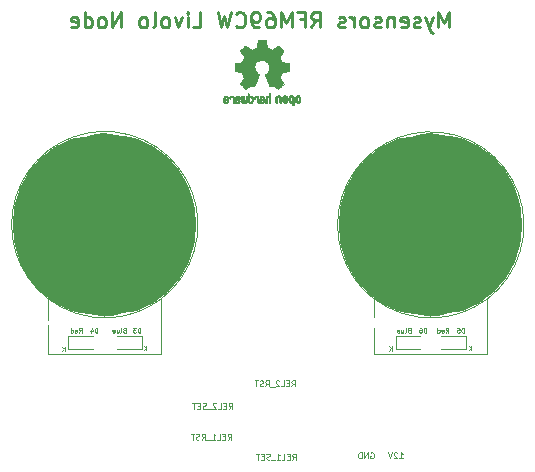
<source format=gbo>
G04 #@! TF.GenerationSoftware,KiCad,Pcbnew,no-vcs-found-d4e41c4~58~ubuntu16.04.1*
G04 #@! TF.CreationDate,2017-05-10T09:32:49+03:00*
G04 #@! TF.ProjectId,livolo_2_channels_1way_eu_switch,6C69766F6C6F5F325F6368616E6E656C,rev?*
G04 #@! TF.FileFunction,Legend,Bot*
G04 #@! TF.FilePolarity,Positive*
%FSLAX46Y46*%
G04 Gerber Fmt 4.6, Leading zero omitted, Abs format (unit mm)*
G04 Created by KiCad (PCBNEW no-vcs-found-d4e41c4~58~ubuntu16.04.1) date Wed May 10 09:32:49 2017*
%MOMM*%
%LPD*%
G01*
G04 APERTURE LIST*
%ADD10C,0.100000*%
%ADD11C,0.250000*%
%ADD12C,7.950000*%
%ADD13C,0.010000*%
%ADD14C,0.120000*%
%ADD15R,1.700000X1.700000*%
%ADD16O,1.700000X1.700000*%
%ADD17C,1.500000*%
%ADD18R,0.600000X0.800000*%
%ADD19C,1.998980*%
G04 APERTURE END LIST*
D10*
X144557142Y-112026190D02*
X144723809Y-111788095D01*
X144842857Y-112026190D02*
X144842857Y-111526190D01*
X144652380Y-111526190D01*
X144604761Y-111550000D01*
X144580952Y-111573809D01*
X144557142Y-111621428D01*
X144557142Y-111692857D01*
X144580952Y-111740476D01*
X144604761Y-111764285D01*
X144652380Y-111788095D01*
X144842857Y-111788095D01*
X144342857Y-111764285D02*
X144176190Y-111764285D01*
X144104761Y-112026190D02*
X144342857Y-112026190D01*
X144342857Y-111526190D01*
X144104761Y-111526190D01*
X143652380Y-112026190D02*
X143890476Y-112026190D01*
X143890476Y-111526190D01*
X143223809Y-112026190D02*
X143509523Y-112026190D01*
X143366666Y-112026190D02*
X143366666Y-111526190D01*
X143414285Y-111597619D01*
X143461904Y-111645238D01*
X143509523Y-111669047D01*
X143128571Y-112073809D02*
X142747619Y-112073809D01*
X142652380Y-112002380D02*
X142580952Y-112026190D01*
X142461904Y-112026190D01*
X142414285Y-112002380D01*
X142390476Y-111978571D01*
X142366666Y-111930952D01*
X142366666Y-111883333D01*
X142390476Y-111835714D01*
X142414285Y-111811904D01*
X142461904Y-111788095D01*
X142557142Y-111764285D01*
X142604761Y-111740476D01*
X142628571Y-111716666D01*
X142652380Y-111669047D01*
X142652380Y-111621428D01*
X142628571Y-111573809D01*
X142604761Y-111550000D01*
X142557142Y-111526190D01*
X142438095Y-111526190D01*
X142366666Y-111550000D01*
X142152380Y-111764285D02*
X141985714Y-111764285D01*
X141914285Y-112026190D02*
X142152380Y-112026190D01*
X142152380Y-111526190D01*
X141914285Y-111526190D01*
X141771428Y-111526190D02*
X141485714Y-111526190D01*
X141628571Y-112026190D02*
X141628571Y-111526190D01*
X139080952Y-110326190D02*
X139247619Y-110088095D01*
X139366666Y-110326190D02*
X139366666Y-109826190D01*
X139176190Y-109826190D01*
X139128571Y-109850000D01*
X139104761Y-109873809D01*
X139080952Y-109921428D01*
X139080952Y-109992857D01*
X139104761Y-110040476D01*
X139128571Y-110064285D01*
X139176190Y-110088095D01*
X139366666Y-110088095D01*
X138866666Y-110064285D02*
X138700000Y-110064285D01*
X138628571Y-110326190D02*
X138866666Y-110326190D01*
X138866666Y-109826190D01*
X138628571Y-109826190D01*
X138176190Y-110326190D02*
X138414285Y-110326190D01*
X138414285Y-109826190D01*
X137747619Y-110326190D02*
X138033333Y-110326190D01*
X137890476Y-110326190D02*
X137890476Y-109826190D01*
X137938095Y-109897619D01*
X137985714Y-109945238D01*
X138033333Y-109969047D01*
X137652380Y-110373809D02*
X137271428Y-110373809D01*
X136866666Y-110326190D02*
X137033333Y-110088095D01*
X137152380Y-110326190D02*
X137152380Y-109826190D01*
X136961904Y-109826190D01*
X136914285Y-109850000D01*
X136890476Y-109873809D01*
X136866666Y-109921428D01*
X136866666Y-109992857D01*
X136890476Y-110040476D01*
X136914285Y-110064285D01*
X136961904Y-110088095D01*
X137152380Y-110088095D01*
X136676190Y-110302380D02*
X136604761Y-110326190D01*
X136485714Y-110326190D01*
X136438095Y-110302380D01*
X136414285Y-110278571D01*
X136390476Y-110230952D01*
X136390476Y-110183333D01*
X136414285Y-110135714D01*
X136438095Y-110111904D01*
X136485714Y-110088095D01*
X136580952Y-110064285D01*
X136628571Y-110040476D01*
X136652380Y-110016666D01*
X136676190Y-109969047D01*
X136676190Y-109921428D01*
X136652380Y-109873809D01*
X136628571Y-109850000D01*
X136580952Y-109826190D01*
X136461904Y-109826190D01*
X136390476Y-109850000D01*
X136247619Y-109826190D02*
X135961904Y-109826190D01*
X136104761Y-110326190D02*
X136104761Y-109826190D01*
X144480952Y-105826190D02*
X144647619Y-105588095D01*
X144766666Y-105826190D02*
X144766666Y-105326190D01*
X144576190Y-105326190D01*
X144528571Y-105350000D01*
X144504761Y-105373809D01*
X144480952Y-105421428D01*
X144480952Y-105492857D01*
X144504761Y-105540476D01*
X144528571Y-105564285D01*
X144576190Y-105588095D01*
X144766666Y-105588095D01*
X144266666Y-105564285D02*
X144100000Y-105564285D01*
X144028571Y-105826190D02*
X144266666Y-105826190D01*
X144266666Y-105326190D01*
X144028571Y-105326190D01*
X143576190Y-105826190D02*
X143814285Y-105826190D01*
X143814285Y-105326190D01*
X143433333Y-105373809D02*
X143409523Y-105350000D01*
X143361904Y-105326190D01*
X143242857Y-105326190D01*
X143195238Y-105350000D01*
X143171428Y-105373809D01*
X143147619Y-105421428D01*
X143147619Y-105469047D01*
X143171428Y-105540476D01*
X143457142Y-105826190D01*
X143147619Y-105826190D01*
X143052380Y-105873809D02*
X142671428Y-105873809D01*
X142266666Y-105826190D02*
X142433333Y-105588095D01*
X142552380Y-105826190D02*
X142552380Y-105326190D01*
X142361904Y-105326190D01*
X142314285Y-105350000D01*
X142290476Y-105373809D01*
X142266666Y-105421428D01*
X142266666Y-105492857D01*
X142290476Y-105540476D01*
X142314285Y-105564285D01*
X142361904Y-105588095D01*
X142552380Y-105588095D01*
X142076190Y-105802380D02*
X142004761Y-105826190D01*
X141885714Y-105826190D01*
X141838095Y-105802380D01*
X141814285Y-105778571D01*
X141790476Y-105730952D01*
X141790476Y-105683333D01*
X141814285Y-105635714D01*
X141838095Y-105611904D01*
X141885714Y-105588095D01*
X141980952Y-105564285D01*
X142028571Y-105540476D01*
X142052380Y-105516666D01*
X142076190Y-105469047D01*
X142076190Y-105421428D01*
X142052380Y-105373809D01*
X142028571Y-105350000D01*
X141980952Y-105326190D01*
X141861904Y-105326190D01*
X141790476Y-105350000D01*
X141647619Y-105326190D02*
X141361904Y-105326190D01*
X141504761Y-105826190D02*
X141504761Y-105326190D01*
X139157142Y-107726190D02*
X139323809Y-107488095D01*
X139442857Y-107726190D02*
X139442857Y-107226190D01*
X139252380Y-107226190D01*
X139204761Y-107250000D01*
X139180952Y-107273809D01*
X139157142Y-107321428D01*
X139157142Y-107392857D01*
X139180952Y-107440476D01*
X139204761Y-107464285D01*
X139252380Y-107488095D01*
X139442857Y-107488095D01*
X138942857Y-107464285D02*
X138776190Y-107464285D01*
X138704761Y-107726190D02*
X138942857Y-107726190D01*
X138942857Y-107226190D01*
X138704761Y-107226190D01*
X138252380Y-107726190D02*
X138490476Y-107726190D01*
X138490476Y-107226190D01*
X138109523Y-107273809D02*
X138085714Y-107250000D01*
X138038095Y-107226190D01*
X137919047Y-107226190D01*
X137871428Y-107250000D01*
X137847619Y-107273809D01*
X137823809Y-107321428D01*
X137823809Y-107369047D01*
X137847619Y-107440476D01*
X138133333Y-107726190D01*
X137823809Y-107726190D01*
X137728571Y-107773809D02*
X137347619Y-107773809D01*
X137252380Y-107702380D02*
X137180952Y-107726190D01*
X137061904Y-107726190D01*
X137014285Y-107702380D01*
X136990476Y-107678571D01*
X136966666Y-107630952D01*
X136966666Y-107583333D01*
X136990476Y-107535714D01*
X137014285Y-107511904D01*
X137061904Y-107488095D01*
X137157142Y-107464285D01*
X137204761Y-107440476D01*
X137228571Y-107416666D01*
X137252380Y-107369047D01*
X137252380Y-107321428D01*
X137228571Y-107273809D01*
X137204761Y-107250000D01*
X137157142Y-107226190D01*
X137038095Y-107226190D01*
X136966666Y-107250000D01*
X136752380Y-107464285D02*
X136585714Y-107464285D01*
X136514285Y-107726190D02*
X136752380Y-107726190D01*
X136752380Y-107226190D01*
X136514285Y-107226190D01*
X136371428Y-107226190D02*
X136085714Y-107226190D01*
X136228571Y-107726190D02*
X136228571Y-107226190D01*
X151180952Y-111450000D02*
X151228571Y-111426190D01*
X151300000Y-111426190D01*
X151371428Y-111450000D01*
X151419047Y-111497619D01*
X151442857Y-111545238D01*
X151466666Y-111640476D01*
X151466666Y-111711904D01*
X151442857Y-111807142D01*
X151419047Y-111854761D01*
X151371428Y-111902380D01*
X151300000Y-111926190D01*
X151252380Y-111926190D01*
X151180952Y-111902380D01*
X151157142Y-111878571D01*
X151157142Y-111711904D01*
X151252380Y-111711904D01*
X150942857Y-111926190D02*
X150942857Y-111426190D01*
X150657142Y-111926190D01*
X150657142Y-111426190D01*
X150419047Y-111926190D02*
X150419047Y-111426190D01*
X150300000Y-111426190D01*
X150228571Y-111450000D01*
X150180952Y-111497619D01*
X150157142Y-111545238D01*
X150133333Y-111640476D01*
X150133333Y-111711904D01*
X150157142Y-111807142D01*
X150180952Y-111854761D01*
X150228571Y-111902380D01*
X150300000Y-111926190D01*
X150419047Y-111926190D01*
X153609523Y-111926190D02*
X153895238Y-111926190D01*
X153752380Y-111926190D02*
X153752380Y-111426190D01*
X153800000Y-111497619D01*
X153847619Y-111545238D01*
X153895238Y-111569047D01*
X153419047Y-111473809D02*
X153395238Y-111450000D01*
X153347619Y-111426190D01*
X153228571Y-111426190D01*
X153180952Y-111450000D01*
X153157142Y-111473809D01*
X153133333Y-111521428D01*
X153133333Y-111569047D01*
X153157142Y-111640476D01*
X153442857Y-111926190D01*
X153133333Y-111926190D01*
X152990476Y-111426190D02*
X152823809Y-111926190D01*
X152657142Y-111426190D01*
D11*
X157796428Y-75438095D02*
X157796428Y-74138095D01*
X157363095Y-75066666D01*
X156929761Y-74138095D01*
X156929761Y-75438095D01*
X156434523Y-74571428D02*
X156125000Y-75438095D01*
X155815476Y-74571428D02*
X156125000Y-75438095D01*
X156248809Y-75747619D01*
X156310714Y-75809523D01*
X156434523Y-75871428D01*
X155382142Y-75376190D02*
X155258333Y-75438095D01*
X155010714Y-75438095D01*
X154886904Y-75376190D01*
X154825000Y-75252380D01*
X154825000Y-75190476D01*
X154886904Y-75066666D01*
X155010714Y-75004761D01*
X155196428Y-75004761D01*
X155320238Y-74942857D01*
X155382142Y-74819047D01*
X155382142Y-74757142D01*
X155320238Y-74633333D01*
X155196428Y-74571428D01*
X155010714Y-74571428D01*
X154886904Y-74633333D01*
X153772619Y-75376190D02*
X153896428Y-75438095D01*
X154144047Y-75438095D01*
X154267857Y-75376190D01*
X154329761Y-75252380D01*
X154329761Y-74757142D01*
X154267857Y-74633333D01*
X154144047Y-74571428D01*
X153896428Y-74571428D01*
X153772619Y-74633333D01*
X153710714Y-74757142D01*
X153710714Y-74880952D01*
X154329761Y-75004761D01*
X153153571Y-74571428D02*
X153153571Y-75438095D01*
X153153571Y-74695238D02*
X153091666Y-74633333D01*
X152967857Y-74571428D01*
X152782142Y-74571428D01*
X152658333Y-74633333D01*
X152596428Y-74757142D01*
X152596428Y-75438095D01*
X152039285Y-75376190D02*
X151915476Y-75438095D01*
X151667857Y-75438095D01*
X151544047Y-75376190D01*
X151482142Y-75252380D01*
X151482142Y-75190476D01*
X151544047Y-75066666D01*
X151667857Y-75004761D01*
X151853571Y-75004761D01*
X151977380Y-74942857D01*
X152039285Y-74819047D01*
X152039285Y-74757142D01*
X151977380Y-74633333D01*
X151853571Y-74571428D01*
X151667857Y-74571428D01*
X151544047Y-74633333D01*
X150739285Y-75438095D02*
X150863095Y-75376190D01*
X150925000Y-75314285D01*
X150986904Y-75190476D01*
X150986904Y-74819047D01*
X150925000Y-74695238D01*
X150863095Y-74633333D01*
X150739285Y-74571428D01*
X150553571Y-74571428D01*
X150429761Y-74633333D01*
X150367857Y-74695238D01*
X150305952Y-74819047D01*
X150305952Y-75190476D01*
X150367857Y-75314285D01*
X150429761Y-75376190D01*
X150553571Y-75438095D01*
X150739285Y-75438095D01*
X149748809Y-75438095D02*
X149748809Y-74571428D01*
X149748809Y-74819047D02*
X149686904Y-74695238D01*
X149625000Y-74633333D01*
X149501190Y-74571428D01*
X149377380Y-74571428D01*
X149005952Y-75376190D02*
X148882142Y-75438095D01*
X148634523Y-75438095D01*
X148510714Y-75376190D01*
X148448809Y-75252380D01*
X148448809Y-75190476D01*
X148510714Y-75066666D01*
X148634523Y-75004761D01*
X148820238Y-75004761D01*
X148944047Y-74942857D01*
X149005952Y-74819047D01*
X149005952Y-74757142D01*
X148944047Y-74633333D01*
X148820238Y-74571428D01*
X148634523Y-74571428D01*
X148510714Y-74633333D01*
X146158333Y-75438095D02*
X146591666Y-74819047D01*
X146901190Y-75438095D02*
X146901190Y-74138095D01*
X146405952Y-74138095D01*
X146282142Y-74200000D01*
X146220238Y-74261904D01*
X146158333Y-74385714D01*
X146158333Y-74571428D01*
X146220238Y-74695238D01*
X146282142Y-74757142D01*
X146405952Y-74819047D01*
X146901190Y-74819047D01*
X145167857Y-74757142D02*
X145601190Y-74757142D01*
X145601190Y-75438095D02*
X145601190Y-74138095D01*
X144982142Y-74138095D01*
X144486904Y-75438095D02*
X144486904Y-74138095D01*
X144053571Y-75066666D01*
X143620238Y-74138095D01*
X143620238Y-75438095D01*
X142444047Y-74138095D02*
X142691666Y-74138095D01*
X142815476Y-74200000D01*
X142877380Y-74261904D01*
X143001190Y-74447619D01*
X143063095Y-74695238D01*
X143063095Y-75190476D01*
X143001190Y-75314285D01*
X142939285Y-75376190D01*
X142815476Y-75438095D01*
X142567857Y-75438095D01*
X142444047Y-75376190D01*
X142382142Y-75314285D01*
X142320238Y-75190476D01*
X142320238Y-74880952D01*
X142382142Y-74757142D01*
X142444047Y-74695238D01*
X142567857Y-74633333D01*
X142815476Y-74633333D01*
X142939285Y-74695238D01*
X143001190Y-74757142D01*
X143063095Y-74880952D01*
X141701190Y-75438095D02*
X141453571Y-75438095D01*
X141329761Y-75376190D01*
X141267857Y-75314285D01*
X141144047Y-75128571D01*
X141082142Y-74880952D01*
X141082142Y-74385714D01*
X141144047Y-74261904D01*
X141205952Y-74200000D01*
X141329761Y-74138095D01*
X141577380Y-74138095D01*
X141701190Y-74200000D01*
X141763095Y-74261904D01*
X141825000Y-74385714D01*
X141825000Y-74695238D01*
X141763095Y-74819047D01*
X141701190Y-74880952D01*
X141577380Y-74942857D01*
X141329761Y-74942857D01*
X141205952Y-74880952D01*
X141144047Y-74819047D01*
X141082142Y-74695238D01*
X139782142Y-75314285D02*
X139844047Y-75376190D01*
X140029761Y-75438095D01*
X140153571Y-75438095D01*
X140339285Y-75376190D01*
X140463095Y-75252380D01*
X140525000Y-75128571D01*
X140586904Y-74880952D01*
X140586904Y-74695238D01*
X140525000Y-74447619D01*
X140463095Y-74323809D01*
X140339285Y-74200000D01*
X140153571Y-74138095D01*
X140029761Y-74138095D01*
X139844047Y-74200000D01*
X139782142Y-74261904D01*
X139348809Y-74138095D02*
X139039285Y-75438095D01*
X138791666Y-74509523D01*
X138544047Y-75438095D01*
X138234523Y-74138095D01*
X136129761Y-75438095D02*
X136748809Y-75438095D01*
X136748809Y-74138095D01*
X135696428Y-75438095D02*
X135696428Y-74571428D01*
X135696428Y-74138095D02*
X135758333Y-74200000D01*
X135696428Y-74261904D01*
X135634523Y-74200000D01*
X135696428Y-74138095D01*
X135696428Y-74261904D01*
X135201190Y-74571428D02*
X134891666Y-75438095D01*
X134582142Y-74571428D01*
X133901190Y-75438095D02*
X134025000Y-75376190D01*
X134086904Y-75314285D01*
X134148809Y-75190476D01*
X134148809Y-74819047D01*
X134086904Y-74695238D01*
X134025000Y-74633333D01*
X133901190Y-74571428D01*
X133715476Y-74571428D01*
X133591666Y-74633333D01*
X133529761Y-74695238D01*
X133467857Y-74819047D01*
X133467857Y-75190476D01*
X133529761Y-75314285D01*
X133591666Y-75376190D01*
X133715476Y-75438095D01*
X133901190Y-75438095D01*
X132725000Y-75438095D02*
X132848809Y-75376190D01*
X132910714Y-75252380D01*
X132910714Y-74138095D01*
X132044047Y-75438095D02*
X132167857Y-75376190D01*
X132229761Y-75314285D01*
X132291666Y-75190476D01*
X132291666Y-74819047D01*
X132229761Y-74695238D01*
X132167857Y-74633333D01*
X132044047Y-74571428D01*
X131858333Y-74571428D01*
X131734523Y-74633333D01*
X131672619Y-74695238D01*
X131610714Y-74819047D01*
X131610714Y-75190476D01*
X131672619Y-75314285D01*
X131734523Y-75376190D01*
X131858333Y-75438095D01*
X132044047Y-75438095D01*
X130063095Y-75438095D02*
X130063095Y-74138095D01*
X129320238Y-75438095D01*
X129320238Y-74138095D01*
X128515476Y-75438095D02*
X128639285Y-75376190D01*
X128701190Y-75314285D01*
X128763095Y-75190476D01*
X128763095Y-74819047D01*
X128701190Y-74695238D01*
X128639285Y-74633333D01*
X128515476Y-74571428D01*
X128329761Y-74571428D01*
X128205952Y-74633333D01*
X128144047Y-74695238D01*
X128082142Y-74819047D01*
X128082142Y-75190476D01*
X128144047Y-75314285D01*
X128205952Y-75376190D01*
X128329761Y-75438095D01*
X128515476Y-75438095D01*
X126967857Y-75438095D02*
X126967857Y-74138095D01*
X126967857Y-75376190D02*
X127091666Y-75438095D01*
X127339285Y-75438095D01*
X127463095Y-75376190D01*
X127525000Y-75314285D01*
X127586904Y-75190476D01*
X127586904Y-74819047D01*
X127525000Y-74695238D01*
X127463095Y-74633333D01*
X127339285Y-74571428D01*
X127091666Y-74571428D01*
X126967857Y-74633333D01*
X125853571Y-75376190D02*
X125977380Y-75438095D01*
X126225000Y-75438095D01*
X126348809Y-75376190D01*
X126410714Y-75252380D01*
X126410714Y-74757142D01*
X126348809Y-74633333D01*
X126225000Y-74571428D01*
X125977380Y-74571428D01*
X125853571Y-74633333D01*
X125791666Y-74757142D01*
X125791666Y-74880952D01*
X126410714Y-75004761D01*
D10*
X159704761Y-102780952D02*
X159704761Y-102380952D01*
X159476190Y-102780952D02*
X159647619Y-102552380D01*
X159476190Y-102380952D02*
X159704761Y-102609523D01*
X153004761Y-102830952D02*
X153004761Y-102430952D01*
X152776190Y-102830952D02*
X152947619Y-102602380D01*
X152776190Y-102430952D02*
X153004761Y-102659523D01*
X125279761Y-102855952D02*
X125279761Y-102455952D01*
X125051190Y-102855952D02*
X125222619Y-102627380D01*
X125051190Y-102455952D02*
X125279761Y-102684523D01*
X132204761Y-102780952D02*
X132204761Y-102380952D01*
X131976190Y-102780952D02*
X132147619Y-102552380D01*
X131976190Y-102380952D02*
X132204761Y-102609523D01*
X163694008Y-89464814D02*
G75*
G02X163848715Y-94394113I-7485594J-2702014D01*
G01*
X163850272Y-94388865D02*
G75*
G02X161052403Y-98450135I-7630078J2262093D01*
G01*
X133445727Y-103075046D02*
X133445727Y-98409613D01*
X161043389Y-103075036D02*
X161043389Y-98440680D01*
X151429743Y-103075000D02*
X161033935Y-103075000D01*
X128302892Y-84247824D02*
G75*
G02X133055711Y-85564111I356849J-7950321D01*
G01*
X123866624Y-85874166D02*
G75*
G02X128308353Y-84247580I4832047J-6317083D01*
G01*
X136096349Y-89433750D02*
G75*
G02X136251052Y-94363047I-7485593J-2702007D01*
G01*
X151429743Y-98390366D02*
X151429743Y-103075002D01*
X123816506Y-98354358D02*
G75*
G02X121133085Y-94458981I4911598J6255425D01*
G01*
X121135032Y-94465340D02*
G75*
G02X121156034Y-89735192I7603880J2331359D01*
G01*
X121154002Y-89741522D02*
G75*
G02X123871908Y-85870127I7573762J-2427398D01*
G01*
X148751667Y-89772585D02*
G75*
G02X151469570Y-85901194I7573754J-2427395D01*
G01*
X151464287Y-85905233D02*
G75*
G02X155906016Y-84278648I4832045J-6317082D01*
G01*
X155900549Y-84278892D02*
G75*
G02X160653375Y-85595181I356851J-7950332D01*
G01*
X160648833Y-85592139D02*
G75*
G02X163695863Y-89469959I-4426165J-6613922D01*
G01*
X151414167Y-98385421D02*
G75*
G02X148730753Y-94490046I4911597J6255413D01*
G01*
X148732690Y-94496373D02*
G75*
G02X148753698Y-89766259I7603828J2331333D01*
G01*
X136252607Y-94357809D02*
G75*
G02X133454740Y-98419069I-7630063J2262095D01*
G01*
X123832082Y-103075000D02*
X133436272Y-103075000D01*
X123832082Y-98359298D02*
X123832082Y-103075005D01*
X133051167Y-85561068D02*
G75*
G02X136098203Y-89438891I-4426167J-6613932D01*
G01*
X133458521Y-98419274D02*
G75*
G02X129048003Y-100022108I-4800836J6340835D01*
G01*
X129048003Y-100022107D02*
G75*
G02X123825000Y-98375000I-357744J7970252D01*
G01*
X161004907Y-98464183D02*
G75*
G02X156648003Y-100022108I-4730575J6358324D01*
G01*
X156648003Y-100022107D02*
G75*
G02X151425000Y-98375000I-357744J7970252D01*
G01*
D12*
X160040119Y-92150000D02*
G75*
G03X160040119Y-92150000I-3790119J0D01*
G01*
X132440119Y-92150000D02*
G75*
G03X132440119Y-92150000I-3790119J0D01*
G01*
D13*
G36*
X144375256Y-81194918D02*
X144319799Y-81222568D01*
X144270852Y-81273480D01*
X144257371Y-81292338D01*
X144242686Y-81317015D01*
X144233158Y-81343816D01*
X144227707Y-81379587D01*
X144225253Y-81431169D01*
X144224714Y-81499267D01*
X144227148Y-81592588D01*
X144235606Y-81662657D01*
X144251826Y-81714931D01*
X144277546Y-81754869D01*
X144314503Y-81787929D01*
X144317218Y-81789886D01*
X144353640Y-81809908D01*
X144397498Y-81819815D01*
X144453276Y-81822257D01*
X144543952Y-81822257D01*
X144543990Y-81910283D01*
X144544834Y-81959308D01*
X144549976Y-81988065D01*
X144563413Y-82005311D01*
X144589142Y-82019808D01*
X144595321Y-82022769D01*
X144624236Y-82036648D01*
X144646624Y-82045414D01*
X144663271Y-82046171D01*
X144674964Y-82036023D01*
X144682490Y-82012073D01*
X144686634Y-81971426D01*
X144688185Y-81911186D01*
X144687929Y-81828455D01*
X144686651Y-81720339D01*
X144686252Y-81688000D01*
X144684815Y-81576524D01*
X144683528Y-81503603D01*
X144544029Y-81503603D01*
X144543245Y-81565499D01*
X144539760Y-81605997D01*
X144531876Y-81632708D01*
X144517895Y-81653244D01*
X144508403Y-81663260D01*
X144469596Y-81692567D01*
X144435237Y-81694952D01*
X144399784Y-81670750D01*
X144398886Y-81669857D01*
X144384461Y-81651153D01*
X144375687Y-81625732D01*
X144371261Y-81586584D01*
X144369882Y-81526697D01*
X144369857Y-81513430D01*
X144373188Y-81430901D01*
X144384031Y-81373691D01*
X144403660Y-81338766D01*
X144433350Y-81323094D01*
X144450509Y-81321514D01*
X144491234Y-81328926D01*
X144519168Y-81353330D01*
X144535983Y-81397980D01*
X144543350Y-81466130D01*
X144544029Y-81503603D01*
X144683528Y-81503603D01*
X144683292Y-81490245D01*
X144681323Y-81425333D01*
X144678550Y-81377958D01*
X144674612Y-81344290D01*
X144669151Y-81320498D01*
X144661808Y-81302753D01*
X144652223Y-81287224D01*
X144648113Y-81281381D01*
X144593595Y-81226185D01*
X144524664Y-81194890D01*
X144444928Y-81186165D01*
X144375256Y-81194918D01*
X144375256Y-81194918D01*
G37*
X144375256Y-81194918D02*
X144319799Y-81222568D01*
X144270852Y-81273480D01*
X144257371Y-81292338D01*
X144242686Y-81317015D01*
X144233158Y-81343816D01*
X144227707Y-81379587D01*
X144225253Y-81431169D01*
X144224714Y-81499267D01*
X144227148Y-81592588D01*
X144235606Y-81662657D01*
X144251826Y-81714931D01*
X144277546Y-81754869D01*
X144314503Y-81787929D01*
X144317218Y-81789886D01*
X144353640Y-81809908D01*
X144397498Y-81819815D01*
X144453276Y-81822257D01*
X144543952Y-81822257D01*
X144543990Y-81910283D01*
X144544834Y-81959308D01*
X144549976Y-81988065D01*
X144563413Y-82005311D01*
X144589142Y-82019808D01*
X144595321Y-82022769D01*
X144624236Y-82036648D01*
X144646624Y-82045414D01*
X144663271Y-82046171D01*
X144674964Y-82036023D01*
X144682490Y-82012073D01*
X144686634Y-81971426D01*
X144688185Y-81911186D01*
X144687929Y-81828455D01*
X144686651Y-81720339D01*
X144686252Y-81688000D01*
X144684815Y-81576524D01*
X144683528Y-81503603D01*
X144544029Y-81503603D01*
X144543245Y-81565499D01*
X144539760Y-81605997D01*
X144531876Y-81632708D01*
X144517895Y-81653244D01*
X144508403Y-81663260D01*
X144469596Y-81692567D01*
X144435237Y-81694952D01*
X144399784Y-81670750D01*
X144398886Y-81669857D01*
X144384461Y-81651153D01*
X144375687Y-81625732D01*
X144371261Y-81586584D01*
X144369882Y-81526697D01*
X144369857Y-81513430D01*
X144373188Y-81430901D01*
X144384031Y-81373691D01*
X144403660Y-81338766D01*
X144433350Y-81323094D01*
X144450509Y-81321514D01*
X144491234Y-81328926D01*
X144519168Y-81353330D01*
X144535983Y-81397980D01*
X144543350Y-81466130D01*
X144544029Y-81503603D01*
X144683528Y-81503603D01*
X144683292Y-81490245D01*
X144681323Y-81425333D01*
X144678550Y-81377958D01*
X144674612Y-81344290D01*
X144669151Y-81320498D01*
X144661808Y-81302753D01*
X144652223Y-81287224D01*
X144648113Y-81281381D01*
X144593595Y-81226185D01*
X144524664Y-81194890D01*
X144444928Y-81186165D01*
X144375256Y-81194918D01*
G36*
X143258907Y-81202780D02*
X143212328Y-81229723D01*
X143179943Y-81256466D01*
X143156258Y-81284484D01*
X143139941Y-81318748D01*
X143129661Y-81364227D01*
X143124086Y-81425892D01*
X143121884Y-81508711D01*
X143121629Y-81568246D01*
X143121629Y-81787391D01*
X143183314Y-81815044D01*
X143245000Y-81842697D01*
X143252257Y-81602670D01*
X143255256Y-81513028D01*
X143258402Y-81447962D01*
X143262299Y-81403026D01*
X143267553Y-81373770D01*
X143274769Y-81355748D01*
X143284550Y-81344511D01*
X143287688Y-81342079D01*
X143335239Y-81323083D01*
X143383303Y-81330600D01*
X143411914Y-81350543D01*
X143423553Y-81364675D01*
X143431609Y-81383220D01*
X143436729Y-81411334D01*
X143439559Y-81454173D01*
X143440744Y-81516895D01*
X143440943Y-81582261D01*
X143440982Y-81664268D01*
X143442386Y-81722316D01*
X143447086Y-81761465D01*
X143457013Y-81786780D01*
X143474097Y-81803323D01*
X143500268Y-81816156D01*
X143535225Y-81829491D01*
X143573404Y-81844007D01*
X143568859Y-81586389D01*
X143567029Y-81493519D01*
X143564888Y-81424889D01*
X143561819Y-81375711D01*
X143557206Y-81341198D01*
X143550432Y-81316562D01*
X143540881Y-81297016D01*
X143529366Y-81279770D01*
X143473810Y-81224680D01*
X143406020Y-81192822D01*
X143332287Y-81185191D01*
X143258907Y-81202780D01*
X143258907Y-81202780D01*
G37*
X143258907Y-81202780D02*
X143212328Y-81229723D01*
X143179943Y-81256466D01*
X143156258Y-81284484D01*
X143139941Y-81318748D01*
X143129661Y-81364227D01*
X143124086Y-81425892D01*
X143121884Y-81508711D01*
X143121629Y-81568246D01*
X143121629Y-81787391D01*
X143183314Y-81815044D01*
X143245000Y-81842697D01*
X143252257Y-81602670D01*
X143255256Y-81513028D01*
X143258402Y-81447962D01*
X143262299Y-81403026D01*
X143267553Y-81373770D01*
X143274769Y-81355748D01*
X143284550Y-81344511D01*
X143287688Y-81342079D01*
X143335239Y-81323083D01*
X143383303Y-81330600D01*
X143411914Y-81350543D01*
X143423553Y-81364675D01*
X143431609Y-81383220D01*
X143436729Y-81411334D01*
X143439559Y-81454173D01*
X143440744Y-81516895D01*
X143440943Y-81582261D01*
X143440982Y-81664268D01*
X143442386Y-81722316D01*
X143447086Y-81761465D01*
X143457013Y-81786780D01*
X143474097Y-81803323D01*
X143500268Y-81816156D01*
X143535225Y-81829491D01*
X143573404Y-81844007D01*
X143568859Y-81586389D01*
X143567029Y-81493519D01*
X143564888Y-81424889D01*
X143561819Y-81375711D01*
X143557206Y-81341198D01*
X143550432Y-81316562D01*
X143540881Y-81297016D01*
X143529366Y-81279770D01*
X143473810Y-81224680D01*
X143406020Y-81192822D01*
X143332287Y-81185191D01*
X143258907Y-81202780D01*
G36*
X144933885Y-81196962D02*
X144865855Y-81232733D01*
X144815649Y-81290301D01*
X144797815Y-81327312D01*
X144783937Y-81382882D01*
X144776833Y-81453096D01*
X144776160Y-81529727D01*
X144781573Y-81604552D01*
X144792730Y-81669342D01*
X144809286Y-81715873D01*
X144814374Y-81723887D01*
X144874645Y-81783707D01*
X144946231Y-81819535D01*
X145023908Y-81830020D01*
X145102452Y-81813810D01*
X145124311Y-81804092D01*
X145166878Y-81774143D01*
X145204237Y-81734433D01*
X145207768Y-81729397D01*
X145222119Y-81705124D01*
X145231606Y-81679178D01*
X145237210Y-81645022D01*
X145239914Y-81596119D01*
X145240701Y-81525935D01*
X145240714Y-81510200D01*
X145240678Y-81505192D01*
X145095571Y-81505192D01*
X145094727Y-81571430D01*
X145091404Y-81615386D01*
X145084417Y-81643779D01*
X145072584Y-81663325D01*
X145066543Y-81669857D01*
X145031814Y-81694680D01*
X144998097Y-81693548D01*
X144964005Y-81672016D01*
X144943671Y-81649029D01*
X144931629Y-81615478D01*
X144924866Y-81562569D01*
X144924402Y-81556399D01*
X144923248Y-81460513D01*
X144935312Y-81389299D01*
X144960430Y-81343194D01*
X144998440Y-81322635D01*
X145012008Y-81321514D01*
X145047636Y-81327152D01*
X145072006Y-81346686D01*
X145086907Y-81384042D01*
X145094125Y-81443150D01*
X145095571Y-81505192D01*
X145240678Y-81505192D01*
X145240174Y-81435413D01*
X145237904Y-81383159D01*
X145232932Y-81346949D01*
X145224287Y-81320299D01*
X145210995Y-81296722D01*
X145208057Y-81292338D01*
X145158687Y-81233249D01*
X145104891Y-81198947D01*
X145039398Y-81185331D01*
X145017158Y-81184665D01*
X144933885Y-81196962D01*
X144933885Y-81196962D01*
G37*
X144933885Y-81196962D02*
X144865855Y-81232733D01*
X144815649Y-81290301D01*
X144797815Y-81327312D01*
X144783937Y-81382882D01*
X144776833Y-81453096D01*
X144776160Y-81529727D01*
X144781573Y-81604552D01*
X144792730Y-81669342D01*
X144809286Y-81715873D01*
X144814374Y-81723887D01*
X144874645Y-81783707D01*
X144946231Y-81819535D01*
X145023908Y-81830020D01*
X145102452Y-81813810D01*
X145124311Y-81804092D01*
X145166878Y-81774143D01*
X145204237Y-81734433D01*
X145207768Y-81729397D01*
X145222119Y-81705124D01*
X145231606Y-81679178D01*
X145237210Y-81645022D01*
X145239914Y-81596119D01*
X145240701Y-81525935D01*
X145240714Y-81510200D01*
X145240678Y-81505192D01*
X145095571Y-81505192D01*
X145094727Y-81571430D01*
X145091404Y-81615386D01*
X145084417Y-81643779D01*
X145072584Y-81663325D01*
X145066543Y-81669857D01*
X145031814Y-81694680D01*
X144998097Y-81693548D01*
X144964005Y-81672016D01*
X144943671Y-81649029D01*
X144931629Y-81615478D01*
X144924866Y-81562569D01*
X144924402Y-81556399D01*
X144923248Y-81460513D01*
X144935312Y-81389299D01*
X144960430Y-81343194D01*
X144998440Y-81322635D01*
X145012008Y-81321514D01*
X145047636Y-81327152D01*
X145072006Y-81346686D01*
X145086907Y-81384042D01*
X145094125Y-81443150D01*
X145095571Y-81505192D01*
X145240678Y-81505192D01*
X145240174Y-81435413D01*
X145237904Y-81383159D01*
X145232932Y-81346949D01*
X145224287Y-81320299D01*
X145210995Y-81296722D01*
X145208057Y-81292338D01*
X145158687Y-81233249D01*
X145104891Y-81198947D01*
X145039398Y-81185331D01*
X145017158Y-81184665D01*
X144933885Y-81196962D01*
G36*
X143806697Y-81206239D02*
X143749473Y-81244735D01*
X143705251Y-81300335D01*
X143678833Y-81371086D01*
X143673490Y-81423162D01*
X143674097Y-81444893D01*
X143679178Y-81461531D01*
X143693145Y-81476437D01*
X143720411Y-81492973D01*
X143765388Y-81514498D01*
X143832489Y-81544374D01*
X143832829Y-81544524D01*
X143894593Y-81572813D01*
X143945241Y-81597933D01*
X143979596Y-81617179D01*
X143992482Y-81627848D01*
X143992486Y-81627934D01*
X143981128Y-81651166D01*
X143954569Y-81676774D01*
X143924077Y-81695221D01*
X143908630Y-81698886D01*
X143866485Y-81686212D01*
X143830192Y-81654471D01*
X143812483Y-81619572D01*
X143795448Y-81593845D01*
X143762078Y-81564546D01*
X143722851Y-81539235D01*
X143688244Y-81525471D01*
X143681007Y-81524714D01*
X143672861Y-81537160D01*
X143672370Y-81568972D01*
X143678357Y-81611866D01*
X143689643Y-81657558D01*
X143705050Y-81697761D01*
X143705829Y-81699322D01*
X143752196Y-81764062D01*
X143812289Y-81808097D01*
X143880535Y-81829711D01*
X143951362Y-81827185D01*
X144019196Y-81798804D01*
X144022212Y-81796808D01*
X144075573Y-81748448D01*
X144110660Y-81685352D01*
X144130078Y-81602387D01*
X144132684Y-81579078D01*
X144137299Y-81469055D01*
X144131767Y-81417748D01*
X143992486Y-81417748D01*
X143990676Y-81449753D01*
X143980778Y-81459093D01*
X143956102Y-81452105D01*
X143917205Y-81435587D01*
X143873725Y-81414881D01*
X143872644Y-81414333D01*
X143835791Y-81394949D01*
X143821000Y-81382013D01*
X143824647Y-81368451D01*
X143840005Y-81350632D01*
X143879077Y-81324845D01*
X143921154Y-81322950D01*
X143958897Y-81341717D01*
X143984966Y-81377915D01*
X143992486Y-81417748D01*
X144131767Y-81417748D01*
X144127806Y-81381027D01*
X144103450Y-81311212D01*
X144069544Y-81262302D01*
X144008347Y-81212878D01*
X143940937Y-81188359D01*
X143872120Y-81186797D01*
X143806697Y-81206239D01*
X143806697Y-81206239D01*
G37*
X143806697Y-81206239D02*
X143749473Y-81244735D01*
X143705251Y-81300335D01*
X143678833Y-81371086D01*
X143673490Y-81423162D01*
X143674097Y-81444893D01*
X143679178Y-81461531D01*
X143693145Y-81476437D01*
X143720411Y-81492973D01*
X143765388Y-81514498D01*
X143832489Y-81544374D01*
X143832829Y-81544524D01*
X143894593Y-81572813D01*
X143945241Y-81597933D01*
X143979596Y-81617179D01*
X143992482Y-81627848D01*
X143992486Y-81627934D01*
X143981128Y-81651166D01*
X143954569Y-81676774D01*
X143924077Y-81695221D01*
X143908630Y-81698886D01*
X143866485Y-81686212D01*
X143830192Y-81654471D01*
X143812483Y-81619572D01*
X143795448Y-81593845D01*
X143762078Y-81564546D01*
X143722851Y-81539235D01*
X143688244Y-81525471D01*
X143681007Y-81524714D01*
X143672861Y-81537160D01*
X143672370Y-81568972D01*
X143678357Y-81611866D01*
X143689643Y-81657558D01*
X143705050Y-81697761D01*
X143705829Y-81699322D01*
X143752196Y-81764062D01*
X143812289Y-81808097D01*
X143880535Y-81829711D01*
X143951362Y-81827185D01*
X144019196Y-81798804D01*
X144022212Y-81796808D01*
X144075573Y-81748448D01*
X144110660Y-81685352D01*
X144130078Y-81602387D01*
X144132684Y-81579078D01*
X144137299Y-81469055D01*
X144131767Y-81417748D01*
X143992486Y-81417748D01*
X143990676Y-81449753D01*
X143980778Y-81459093D01*
X143956102Y-81452105D01*
X143917205Y-81435587D01*
X143873725Y-81414881D01*
X143872644Y-81414333D01*
X143835791Y-81394949D01*
X143821000Y-81382013D01*
X143824647Y-81368451D01*
X143840005Y-81350632D01*
X143879077Y-81324845D01*
X143921154Y-81322950D01*
X143958897Y-81341717D01*
X143984966Y-81377915D01*
X143992486Y-81417748D01*
X144131767Y-81417748D01*
X144127806Y-81381027D01*
X144103450Y-81311212D01*
X144069544Y-81262302D01*
X144008347Y-81212878D01*
X143940937Y-81188359D01*
X143872120Y-81186797D01*
X143806697Y-81206239D01*
G36*
X142599114Y-81126289D02*
X142594861Y-81185613D01*
X142589975Y-81220572D01*
X142583205Y-81235820D01*
X142573298Y-81236015D01*
X142570086Y-81234195D01*
X142527356Y-81221015D01*
X142471773Y-81221785D01*
X142415263Y-81235333D01*
X142379918Y-81252861D01*
X142343679Y-81280861D01*
X142317187Y-81312549D01*
X142299001Y-81352813D01*
X142287678Y-81406543D01*
X142281778Y-81478626D01*
X142279857Y-81573951D01*
X142279823Y-81592237D01*
X142279800Y-81797646D01*
X142325509Y-81813580D01*
X142357973Y-81824420D01*
X142375785Y-81829468D01*
X142376309Y-81829514D01*
X142378063Y-81815828D01*
X142379556Y-81778076D01*
X142380674Y-81721224D01*
X142381303Y-81650234D01*
X142381400Y-81607073D01*
X142381602Y-81521973D01*
X142382642Y-81460981D01*
X142385169Y-81419177D01*
X142389836Y-81391642D01*
X142397293Y-81373456D01*
X142408189Y-81359698D01*
X142414993Y-81353073D01*
X142461728Y-81326375D01*
X142512728Y-81324375D01*
X142558999Y-81346955D01*
X142567556Y-81355107D01*
X142580107Y-81370436D01*
X142588812Y-81388618D01*
X142594369Y-81414909D01*
X142597474Y-81454562D01*
X142598824Y-81512832D01*
X142599114Y-81593173D01*
X142599114Y-81797646D01*
X142644823Y-81813580D01*
X142677287Y-81824420D01*
X142695099Y-81829468D01*
X142695623Y-81829514D01*
X142696963Y-81815623D01*
X142698172Y-81776439D01*
X142699199Y-81715700D01*
X142699998Y-81637141D01*
X142700519Y-81544498D01*
X142700714Y-81441509D01*
X142700714Y-81044342D01*
X142653543Y-81024444D01*
X142606371Y-81004547D01*
X142599114Y-81126289D01*
X142599114Y-81126289D01*
G37*
X142599114Y-81126289D02*
X142594861Y-81185613D01*
X142589975Y-81220572D01*
X142583205Y-81235820D01*
X142573298Y-81236015D01*
X142570086Y-81234195D01*
X142527356Y-81221015D01*
X142471773Y-81221785D01*
X142415263Y-81235333D01*
X142379918Y-81252861D01*
X142343679Y-81280861D01*
X142317187Y-81312549D01*
X142299001Y-81352813D01*
X142287678Y-81406543D01*
X142281778Y-81478626D01*
X142279857Y-81573951D01*
X142279823Y-81592237D01*
X142279800Y-81797646D01*
X142325509Y-81813580D01*
X142357973Y-81824420D01*
X142375785Y-81829468D01*
X142376309Y-81829514D01*
X142378063Y-81815828D01*
X142379556Y-81778076D01*
X142380674Y-81721224D01*
X142381303Y-81650234D01*
X142381400Y-81607073D01*
X142381602Y-81521973D01*
X142382642Y-81460981D01*
X142385169Y-81419177D01*
X142389836Y-81391642D01*
X142397293Y-81373456D01*
X142408189Y-81359698D01*
X142414993Y-81353073D01*
X142461728Y-81326375D01*
X142512728Y-81324375D01*
X142558999Y-81346955D01*
X142567556Y-81355107D01*
X142580107Y-81370436D01*
X142588812Y-81388618D01*
X142594369Y-81414909D01*
X142597474Y-81454562D01*
X142598824Y-81512832D01*
X142599114Y-81593173D01*
X142599114Y-81797646D01*
X142644823Y-81813580D01*
X142677287Y-81824420D01*
X142695099Y-81829468D01*
X142695623Y-81829514D01*
X142696963Y-81815623D01*
X142698172Y-81776439D01*
X142699199Y-81715700D01*
X142699998Y-81637141D01*
X142700519Y-81544498D01*
X142700714Y-81441509D01*
X142700714Y-81044342D01*
X142653543Y-81024444D01*
X142606371Y-81004547D01*
X142599114Y-81126289D01*
G36*
X141935256Y-81225968D02*
X141878384Y-81247087D01*
X141877733Y-81247493D01*
X141842560Y-81273380D01*
X141816593Y-81303633D01*
X141798330Y-81343058D01*
X141786268Y-81396462D01*
X141778904Y-81468651D01*
X141774736Y-81564432D01*
X141774371Y-81578078D01*
X141769124Y-81783842D01*
X141813284Y-81806678D01*
X141845237Y-81822110D01*
X141864530Y-81829423D01*
X141865422Y-81829514D01*
X141868761Y-81816022D01*
X141871413Y-81779626D01*
X141873044Y-81726452D01*
X141873400Y-81683393D01*
X141873408Y-81613641D01*
X141876597Y-81569837D01*
X141887712Y-81548944D01*
X141911499Y-81547925D01*
X141952704Y-81563741D01*
X142014914Y-81592815D01*
X142060659Y-81616963D01*
X142084187Y-81637913D01*
X142091104Y-81660747D01*
X142091114Y-81661877D01*
X142079701Y-81701212D01*
X142045908Y-81722462D01*
X141994191Y-81725539D01*
X141956939Y-81725006D01*
X141937297Y-81735735D01*
X141925048Y-81761505D01*
X141917998Y-81794337D01*
X141928158Y-81812966D01*
X141931983Y-81815632D01*
X141967999Y-81826340D01*
X142018434Y-81827856D01*
X142070374Y-81820759D01*
X142107178Y-81807788D01*
X142158062Y-81764585D01*
X142186986Y-81704446D01*
X142192714Y-81657462D01*
X142188343Y-81615082D01*
X142172525Y-81580488D01*
X142141203Y-81549763D01*
X142090322Y-81518990D01*
X142015824Y-81484252D01*
X142011286Y-81482288D01*
X141944179Y-81451287D01*
X141902768Y-81425862D01*
X141885019Y-81403014D01*
X141888893Y-81379745D01*
X141912357Y-81353056D01*
X141919373Y-81346914D01*
X141966370Y-81323100D01*
X142015067Y-81324103D01*
X142057478Y-81347451D01*
X142085616Y-81390675D01*
X142088231Y-81399160D01*
X142113692Y-81440308D01*
X142145999Y-81460128D01*
X142192714Y-81479770D01*
X142192714Y-81428950D01*
X142178504Y-81355082D01*
X142136325Y-81287327D01*
X142114376Y-81264661D01*
X142064483Y-81235569D01*
X142001033Y-81222400D01*
X141935256Y-81225968D01*
X141935256Y-81225968D01*
G37*
X141935256Y-81225968D02*
X141878384Y-81247087D01*
X141877733Y-81247493D01*
X141842560Y-81273380D01*
X141816593Y-81303633D01*
X141798330Y-81343058D01*
X141786268Y-81396462D01*
X141778904Y-81468651D01*
X141774736Y-81564432D01*
X141774371Y-81578078D01*
X141769124Y-81783842D01*
X141813284Y-81806678D01*
X141845237Y-81822110D01*
X141864530Y-81829423D01*
X141865422Y-81829514D01*
X141868761Y-81816022D01*
X141871413Y-81779626D01*
X141873044Y-81726452D01*
X141873400Y-81683393D01*
X141873408Y-81613641D01*
X141876597Y-81569837D01*
X141887712Y-81548944D01*
X141911499Y-81547925D01*
X141952704Y-81563741D01*
X142014914Y-81592815D01*
X142060659Y-81616963D01*
X142084187Y-81637913D01*
X142091104Y-81660747D01*
X142091114Y-81661877D01*
X142079701Y-81701212D01*
X142045908Y-81722462D01*
X141994191Y-81725539D01*
X141956939Y-81725006D01*
X141937297Y-81735735D01*
X141925048Y-81761505D01*
X141917998Y-81794337D01*
X141928158Y-81812966D01*
X141931983Y-81815632D01*
X141967999Y-81826340D01*
X142018434Y-81827856D01*
X142070374Y-81820759D01*
X142107178Y-81807788D01*
X142158062Y-81764585D01*
X142186986Y-81704446D01*
X142192714Y-81657462D01*
X142188343Y-81615082D01*
X142172525Y-81580488D01*
X142141203Y-81549763D01*
X142090322Y-81518990D01*
X142015824Y-81484252D01*
X142011286Y-81482288D01*
X141944179Y-81451287D01*
X141902768Y-81425862D01*
X141885019Y-81403014D01*
X141888893Y-81379745D01*
X141912357Y-81353056D01*
X141919373Y-81346914D01*
X141966370Y-81323100D01*
X142015067Y-81324103D01*
X142057478Y-81347451D01*
X142085616Y-81390675D01*
X142088231Y-81399160D01*
X142113692Y-81440308D01*
X142145999Y-81460128D01*
X142192714Y-81479770D01*
X142192714Y-81428950D01*
X142178504Y-81355082D01*
X142136325Y-81287327D01*
X142114376Y-81264661D01*
X142064483Y-81235569D01*
X142001033Y-81222400D01*
X141935256Y-81225968D01*
G36*
X141445074Y-81224755D02*
X141379142Y-81249084D01*
X141325727Y-81292117D01*
X141304836Y-81322409D01*
X141282061Y-81377994D01*
X141282534Y-81418186D01*
X141306438Y-81445217D01*
X141315283Y-81449813D01*
X141353470Y-81464144D01*
X141372972Y-81460472D01*
X141379578Y-81436407D01*
X141379914Y-81423114D01*
X141392008Y-81374210D01*
X141423529Y-81339999D01*
X141467341Y-81323476D01*
X141516305Y-81327634D01*
X141556106Y-81349227D01*
X141569550Y-81361544D01*
X141579079Y-81376487D01*
X141585515Y-81399075D01*
X141589683Y-81434328D01*
X141592403Y-81487266D01*
X141594498Y-81562907D01*
X141595040Y-81586857D01*
X141597019Y-81668790D01*
X141599269Y-81726455D01*
X141602643Y-81764608D01*
X141607994Y-81788004D01*
X141616176Y-81801398D01*
X141628041Y-81809545D01*
X141635638Y-81813144D01*
X141667898Y-81825452D01*
X141686889Y-81829514D01*
X141693164Y-81815948D01*
X141696994Y-81774934D01*
X141698400Y-81705999D01*
X141697402Y-81608669D01*
X141697092Y-81593657D01*
X141694899Y-81504859D01*
X141692307Y-81440019D01*
X141688618Y-81394067D01*
X141683136Y-81361935D01*
X141675165Y-81338553D01*
X141664007Y-81318852D01*
X141658170Y-81310410D01*
X141624704Y-81273057D01*
X141587273Y-81244003D01*
X141582691Y-81241467D01*
X141515574Y-81221443D01*
X141445074Y-81224755D01*
X141445074Y-81224755D01*
G37*
X141445074Y-81224755D02*
X141379142Y-81249084D01*
X141325727Y-81292117D01*
X141304836Y-81322409D01*
X141282061Y-81377994D01*
X141282534Y-81418186D01*
X141306438Y-81445217D01*
X141315283Y-81449813D01*
X141353470Y-81464144D01*
X141372972Y-81460472D01*
X141379578Y-81436407D01*
X141379914Y-81423114D01*
X141392008Y-81374210D01*
X141423529Y-81339999D01*
X141467341Y-81323476D01*
X141516305Y-81327634D01*
X141556106Y-81349227D01*
X141569550Y-81361544D01*
X141579079Y-81376487D01*
X141585515Y-81399075D01*
X141589683Y-81434328D01*
X141592403Y-81487266D01*
X141594498Y-81562907D01*
X141595040Y-81586857D01*
X141597019Y-81668790D01*
X141599269Y-81726455D01*
X141602643Y-81764608D01*
X141607994Y-81788004D01*
X141616176Y-81801398D01*
X141628041Y-81809545D01*
X141635638Y-81813144D01*
X141667898Y-81825452D01*
X141686889Y-81829514D01*
X141693164Y-81815948D01*
X141696994Y-81774934D01*
X141698400Y-81705999D01*
X141697402Y-81608669D01*
X141697092Y-81593657D01*
X141694899Y-81504859D01*
X141692307Y-81440019D01*
X141688618Y-81394067D01*
X141683136Y-81361935D01*
X141675165Y-81338553D01*
X141664007Y-81318852D01*
X141658170Y-81310410D01*
X141624704Y-81273057D01*
X141587273Y-81244003D01*
X141582691Y-81241467D01*
X141515574Y-81221443D01*
X141445074Y-81224755D01*
G36*
X140784883Y-81340358D02*
X140785067Y-81448837D01*
X140785781Y-81532287D01*
X140787325Y-81594704D01*
X140789999Y-81640085D01*
X140794106Y-81672429D01*
X140799945Y-81695733D01*
X140807818Y-81713995D01*
X140813779Y-81724418D01*
X140863145Y-81780945D01*
X140925736Y-81816377D01*
X140994987Y-81829090D01*
X141064332Y-81817463D01*
X141105625Y-81796568D01*
X141148975Y-81760422D01*
X141178519Y-81716276D01*
X141196345Y-81658462D01*
X141204537Y-81581313D01*
X141205698Y-81524714D01*
X141205542Y-81520647D01*
X141104143Y-81520647D01*
X141103524Y-81585550D01*
X141100686Y-81628514D01*
X141094160Y-81656622D01*
X141082477Y-81676953D01*
X141068517Y-81692288D01*
X141021635Y-81721890D01*
X140971299Y-81724419D01*
X140923724Y-81699705D01*
X140920021Y-81696356D01*
X140904217Y-81678935D01*
X140894307Y-81658209D01*
X140888942Y-81627362D01*
X140886772Y-81579577D01*
X140886429Y-81526748D01*
X140887173Y-81460381D01*
X140890252Y-81416106D01*
X140896939Y-81387009D01*
X140908504Y-81366173D01*
X140917987Y-81355107D01*
X140962040Y-81327198D01*
X141012776Y-81323843D01*
X141061204Y-81345159D01*
X141070550Y-81353073D01*
X141086460Y-81370647D01*
X141096390Y-81391587D01*
X141101722Y-81422782D01*
X141103837Y-81471122D01*
X141104143Y-81520647D01*
X141205542Y-81520647D01*
X141202190Y-81433568D01*
X141190274Y-81365086D01*
X141167865Y-81313600D01*
X141132876Y-81273443D01*
X141105625Y-81252861D01*
X141056093Y-81230625D01*
X140998684Y-81220304D01*
X140945318Y-81223067D01*
X140915457Y-81234212D01*
X140903739Y-81237383D01*
X140895963Y-81225557D01*
X140890535Y-81193866D01*
X140886429Y-81145593D01*
X140881933Y-81091829D01*
X140875687Y-81059482D01*
X140864324Y-81040985D01*
X140844472Y-81028770D01*
X140832000Y-81023362D01*
X140784829Y-81003601D01*
X140784883Y-81340358D01*
X140784883Y-81340358D01*
G37*
X140784883Y-81340358D02*
X140785067Y-81448837D01*
X140785781Y-81532287D01*
X140787325Y-81594704D01*
X140789999Y-81640085D01*
X140794106Y-81672429D01*
X140799945Y-81695733D01*
X140807818Y-81713995D01*
X140813779Y-81724418D01*
X140863145Y-81780945D01*
X140925736Y-81816377D01*
X140994987Y-81829090D01*
X141064332Y-81817463D01*
X141105625Y-81796568D01*
X141148975Y-81760422D01*
X141178519Y-81716276D01*
X141196345Y-81658462D01*
X141204537Y-81581313D01*
X141205698Y-81524714D01*
X141205542Y-81520647D01*
X141104143Y-81520647D01*
X141103524Y-81585550D01*
X141100686Y-81628514D01*
X141094160Y-81656622D01*
X141082477Y-81676953D01*
X141068517Y-81692288D01*
X141021635Y-81721890D01*
X140971299Y-81724419D01*
X140923724Y-81699705D01*
X140920021Y-81696356D01*
X140904217Y-81678935D01*
X140894307Y-81658209D01*
X140888942Y-81627362D01*
X140886772Y-81579577D01*
X140886429Y-81526748D01*
X140887173Y-81460381D01*
X140890252Y-81416106D01*
X140896939Y-81387009D01*
X140908504Y-81366173D01*
X140917987Y-81355107D01*
X140962040Y-81327198D01*
X141012776Y-81323843D01*
X141061204Y-81345159D01*
X141070550Y-81353073D01*
X141086460Y-81370647D01*
X141096390Y-81391587D01*
X141101722Y-81422782D01*
X141103837Y-81471122D01*
X141104143Y-81520647D01*
X141205542Y-81520647D01*
X141202190Y-81433568D01*
X141190274Y-81365086D01*
X141167865Y-81313600D01*
X141132876Y-81273443D01*
X141105625Y-81252861D01*
X141056093Y-81230625D01*
X140998684Y-81220304D01*
X140945318Y-81223067D01*
X140915457Y-81234212D01*
X140903739Y-81237383D01*
X140895963Y-81225557D01*
X140890535Y-81193866D01*
X140886429Y-81145593D01*
X140881933Y-81091829D01*
X140875687Y-81059482D01*
X140864324Y-81040985D01*
X140844472Y-81028770D01*
X140832000Y-81023362D01*
X140784829Y-81003601D01*
X140784883Y-81340358D01*
G36*
X140195167Y-81233663D02*
X140192952Y-81271850D01*
X140191216Y-81329886D01*
X140190101Y-81403180D01*
X140189743Y-81480055D01*
X140189743Y-81740196D01*
X140235674Y-81786127D01*
X140267325Y-81814429D01*
X140295110Y-81825893D01*
X140333085Y-81825168D01*
X140348160Y-81823321D01*
X140395274Y-81817948D01*
X140434244Y-81814869D01*
X140443743Y-81814585D01*
X140475767Y-81816445D01*
X140521568Y-81821114D01*
X140539326Y-81823321D01*
X140582943Y-81826735D01*
X140612255Y-81819320D01*
X140641320Y-81796427D01*
X140651812Y-81786127D01*
X140697743Y-81740196D01*
X140697743Y-81253602D01*
X140660774Y-81236758D01*
X140628941Y-81224282D01*
X140610317Y-81219914D01*
X140605542Y-81233718D01*
X140601079Y-81272286D01*
X140597225Y-81331356D01*
X140594278Y-81406663D01*
X140592857Y-81470286D01*
X140588886Y-81720657D01*
X140554241Y-81725556D01*
X140522732Y-81722131D01*
X140507292Y-81711041D01*
X140502977Y-81690308D01*
X140499292Y-81646145D01*
X140496531Y-81584146D01*
X140494988Y-81509909D01*
X140494765Y-81471706D01*
X140494543Y-81251783D01*
X140448834Y-81235849D01*
X140416482Y-81225015D01*
X140398885Y-81219962D01*
X140398377Y-81219914D01*
X140396612Y-81233648D01*
X140394671Y-81271730D01*
X140392718Y-81329482D01*
X140390916Y-81402227D01*
X140389657Y-81470286D01*
X140385686Y-81720657D01*
X140298600Y-81720657D01*
X140294604Y-81492240D01*
X140290608Y-81263822D01*
X140248153Y-81241868D01*
X140216808Y-81226793D01*
X140198256Y-81219951D01*
X140197721Y-81219914D01*
X140195167Y-81233663D01*
X140195167Y-81233663D01*
G37*
X140195167Y-81233663D02*
X140192952Y-81271850D01*
X140191216Y-81329886D01*
X140190101Y-81403180D01*
X140189743Y-81480055D01*
X140189743Y-81740196D01*
X140235674Y-81786127D01*
X140267325Y-81814429D01*
X140295110Y-81825893D01*
X140333085Y-81825168D01*
X140348160Y-81823321D01*
X140395274Y-81817948D01*
X140434244Y-81814869D01*
X140443743Y-81814585D01*
X140475767Y-81816445D01*
X140521568Y-81821114D01*
X140539326Y-81823321D01*
X140582943Y-81826735D01*
X140612255Y-81819320D01*
X140641320Y-81796427D01*
X140651812Y-81786127D01*
X140697743Y-81740196D01*
X140697743Y-81253602D01*
X140660774Y-81236758D01*
X140628941Y-81224282D01*
X140610317Y-81219914D01*
X140605542Y-81233718D01*
X140601079Y-81272286D01*
X140597225Y-81331356D01*
X140594278Y-81406663D01*
X140592857Y-81470286D01*
X140588886Y-81720657D01*
X140554241Y-81725556D01*
X140522732Y-81722131D01*
X140507292Y-81711041D01*
X140502977Y-81690308D01*
X140499292Y-81646145D01*
X140496531Y-81584146D01*
X140494988Y-81509909D01*
X140494765Y-81471706D01*
X140494543Y-81251783D01*
X140448834Y-81235849D01*
X140416482Y-81225015D01*
X140398885Y-81219962D01*
X140398377Y-81219914D01*
X140396612Y-81233648D01*
X140394671Y-81271730D01*
X140392718Y-81329482D01*
X140390916Y-81402227D01*
X140389657Y-81470286D01*
X140385686Y-81720657D01*
X140298600Y-81720657D01*
X140294604Y-81492240D01*
X140290608Y-81263822D01*
X140248153Y-81241868D01*
X140216808Y-81226793D01*
X140198256Y-81219951D01*
X140197721Y-81219914D01*
X140195167Y-81233663D01*
G36*
X139830124Y-81231335D02*
X139788333Y-81250344D01*
X139755531Y-81273378D01*
X139731497Y-81299133D01*
X139714903Y-81332358D01*
X139704423Y-81377800D01*
X139698729Y-81440207D01*
X139696493Y-81524327D01*
X139696257Y-81579721D01*
X139696257Y-81795826D01*
X139733226Y-81812670D01*
X139762344Y-81824981D01*
X139776769Y-81829514D01*
X139779528Y-81816025D01*
X139781718Y-81779653D01*
X139783058Y-81726542D01*
X139783343Y-81684372D01*
X139784566Y-81623447D01*
X139787864Y-81575115D01*
X139792679Y-81545518D01*
X139796504Y-81539229D01*
X139822217Y-81545652D01*
X139862582Y-81562125D01*
X139909321Y-81584458D01*
X139954155Y-81608457D01*
X139988807Y-81629930D01*
X140004998Y-81644685D01*
X140005062Y-81644845D01*
X140003670Y-81672152D01*
X139991182Y-81698219D01*
X139969257Y-81719392D01*
X139937257Y-81726474D01*
X139909908Y-81725649D01*
X139871174Y-81725042D01*
X139850842Y-81734116D01*
X139838631Y-81758092D01*
X139837091Y-81762613D01*
X139831797Y-81796806D01*
X139845953Y-81817568D01*
X139882852Y-81827462D01*
X139922711Y-81829292D01*
X139994438Y-81815727D01*
X140031568Y-81796355D01*
X140077424Y-81750845D01*
X140101744Y-81694983D01*
X140103927Y-81635957D01*
X140083371Y-81580953D01*
X140052451Y-81546486D01*
X140021580Y-81527189D01*
X139973058Y-81502759D01*
X139916515Y-81477985D01*
X139907090Y-81474199D01*
X139844981Y-81446791D01*
X139809178Y-81422634D01*
X139797663Y-81398619D01*
X139808420Y-81371635D01*
X139826886Y-81350543D01*
X139870531Y-81324572D01*
X139918554Y-81322624D01*
X139962594Y-81342637D01*
X139994291Y-81382551D01*
X139998451Y-81392848D01*
X140022673Y-81430724D01*
X140058035Y-81458842D01*
X140102657Y-81481917D01*
X140102657Y-81416485D01*
X140100031Y-81376506D01*
X140088770Y-81344997D01*
X140063801Y-81311378D01*
X140039831Y-81285484D01*
X140002559Y-81248817D01*
X139973599Y-81229121D01*
X139942495Y-81221220D01*
X139907287Y-81219914D01*
X139830124Y-81231335D01*
X139830124Y-81231335D01*
G37*
X139830124Y-81231335D02*
X139788333Y-81250344D01*
X139755531Y-81273378D01*
X139731497Y-81299133D01*
X139714903Y-81332358D01*
X139704423Y-81377800D01*
X139698729Y-81440207D01*
X139696493Y-81524327D01*
X139696257Y-81579721D01*
X139696257Y-81795826D01*
X139733226Y-81812670D01*
X139762344Y-81824981D01*
X139776769Y-81829514D01*
X139779528Y-81816025D01*
X139781718Y-81779653D01*
X139783058Y-81726542D01*
X139783343Y-81684372D01*
X139784566Y-81623447D01*
X139787864Y-81575115D01*
X139792679Y-81545518D01*
X139796504Y-81539229D01*
X139822217Y-81545652D01*
X139862582Y-81562125D01*
X139909321Y-81584458D01*
X139954155Y-81608457D01*
X139988807Y-81629930D01*
X140004998Y-81644685D01*
X140005062Y-81644845D01*
X140003670Y-81672152D01*
X139991182Y-81698219D01*
X139969257Y-81719392D01*
X139937257Y-81726474D01*
X139909908Y-81725649D01*
X139871174Y-81725042D01*
X139850842Y-81734116D01*
X139838631Y-81758092D01*
X139837091Y-81762613D01*
X139831797Y-81796806D01*
X139845953Y-81817568D01*
X139882852Y-81827462D01*
X139922711Y-81829292D01*
X139994438Y-81815727D01*
X140031568Y-81796355D01*
X140077424Y-81750845D01*
X140101744Y-81694983D01*
X140103927Y-81635957D01*
X140083371Y-81580953D01*
X140052451Y-81546486D01*
X140021580Y-81527189D01*
X139973058Y-81502759D01*
X139916515Y-81477985D01*
X139907090Y-81474199D01*
X139844981Y-81446791D01*
X139809178Y-81422634D01*
X139797663Y-81398619D01*
X139808420Y-81371635D01*
X139826886Y-81350543D01*
X139870531Y-81324572D01*
X139918554Y-81322624D01*
X139962594Y-81342637D01*
X139994291Y-81382551D01*
X139998451Y-81392848D01*
X140022673Y-81430724D01*
X140058035Y-81458842D01*
X140102657Y-81481917D01*
X140102657Y-81416485D01*
X140100031Y-81376506D01*
X140088770Y-81344997D01*
X140063801Y-81311378D01*
X140039831Y-81285484D01*
X140002559Y-81248817D01*
X139973599Y-81229121D01*
X139942495Y-81221220D01*
X139907287Y-81219914D01*
X139830124Y-81231335D01*
G36*
X139322400Y-81233752D02*
X139305052Y-81241334D01*
X139263644Y-81274128D01*
X139228235Y-81321547D01*
X139206336Y-81372151D01*
X139202771Y-81397098D01*
X139214721Y-81431927D01*
X139240933Y-81450357D01*
X139269036Y-81461516D01*
X139281905Y-81463572D01*
X139288171Y-81448649D01*
X139300544Y-81416175D01*
X139305972Y-81401502D01*
X139336410Y-81350744D01*
X139380480Y-81325427D01*
X139436990Y-81326206D01*
X139441175Y-81327203D01*
X139471345Y-81341507D01*
X139493524Y-81369393D01*
X139508673Y-81414287D01*
X139517750Y-81479615D01*
X139521714Y-81568804D01*
X139522086Y-81616261D01*
X139522270Y-81691071D01*
X139523478Y-81742069D01*
X139526691Y-81774471D01*
X139532891Y-81793495D01*
X139543060Y-81804356D01*
X139558181Y-81812272D01*
X139559054Y-81812670D01*
X139588172Y-81824981D01*
X139602597Y-81829514D01*
X139604814Y-81815809D01*
X139606711Y-81777925D01*
X139608153Y-81720715D01*
X139609002Y-81649027D01*
X139609171Y-81596565D01*
X139608308Y-81495047D01*
X139604930Y-81418032D01*
X139597858Y-81361023D01*
X139585912Y-81319526D01*
X139567910Y-81289043D01*
X139542673Y-81265080D01*
X139517753Y-81248355D01*
X139457829Y-81226097D01*
X139388089Y-81221076D01*
X139322400Y-81233752D01*
X139322400Y-81233752D01*
G37*
X139322400Y-81233752D02*
X139305052Y-81241334D01*
X139263644Y-81274128D01*
X139228235Y-81321547D01*
X139206336Y-81372151D01*
X139202771Y-81397098D01*
X139214721Y-81431927D01*
X139240933Y-81450357D01*
X139269036Y-81461516D01*
X139281905Y-81463572D01*
X139288171Y-81448649D01*
X139300544Y-81416175D01*
X139305972Y-81401502D01*
X139336410Y-81350744D01*
X139380480Y-81325427D01*
X139436990Y-81326206D01*
X139441175Y-81327203D01*
X139471345Y-81341507D01*
X139493524Y-81369393D01*
X139508673Y-81414287D01*
X139517750Y-81479615D01*
X139521714Y-81568804D01*
X139522086Y-81616261D01*
X139522270Y-81691071D01*
X139523478Y-81742069D01*
X139526691Y-81774471D01*
X139532891Y-81793495D01*
X139543060Y-81804356D01*
X139558181Y-81812272D01*
X139559054Y-81812670D01*
X139588172Y-81824981D01*
X139602597Y-81829514D01*
X139604814Y-81815809D01*
X139606711Y-81777925D01*
X139608153Y-81720715D01*
X139609002Y-81649027D01*
X139609171Y-81596565D01*
X139608308Y-81495047D01*
X139604930Y-81418032D01*
X139597858Y-81361023D01*
X139585912Y-81319526D01*
X139567910Y-81289043D01*
X139542673Y-81265080D01*
X139517753Y-81248355D01*
X139457829Y-81226097D01*
X139388089Y-81221076D01*
X139322400Y-81233752D01*
G36*
X138821405Y-81241966D02*
X138763979Y-81279497D01*
X138736281Y-81313096D01*
X138714338Y-81374064D01*
X138712595Y-81422308D01*
X138716543Y-81486816D01*
X138865314Y-81551934D01*
X138937651Y-81585202D01*
X138984916Y-81611964D01*
X139009493Y-81635144D01*
X139013763Y-81657667D01*
X139000111Y-81682455D01*
X138985057Y-81698886D01*
X138941254Y-81725235D01*
X138893611Y-81727081D01*
X138849855Y-81706546D01*
X138817711Y-81665752D01*
X138811962Y-81651347D01*
X138784424Y-81606356D01*
X138752742Y-81587182D01*
X138709286Y-81570779D01*
X138709286Y-81632966D01*
X138713128Y-81675283D01*
X138728177Y-81710969D01*
X138759720Y-81751943D01*
X138764408Y-81757267D01*
X138799494Y-81793720D01*
X138829653Y-81813283D01*
X138867385Y-81822283D01*
X138898665Y-81825230D01*
X138954615Y-81825965D01*
X138994445Y-81816660D01*
X139019292Y-81802846D01*
X139058344Y-81772467D01*
X139085375Y-81739613D01*
X139102483Y-81698294D01*
X139111762Y-81642521D01*
X139115307Y-81566305D01*
X139115590Y-81527622D01*
X139114628Y-81481247D01*
X139026993Y-81481247D01*
X139025977Y-81506126D01*
X139023444Y-81510200D01*
X139006726Y-81504665D01*
X138970751Y-81490017D01*
X138922669Y-81469190D01*
X138912614Y-81464714D01*
X138851848Y-81433814D01*
X138818368Y-81406657D01*
X138811010Y-81381220D01*
X138828609Y-81355481D01*
X138843144Y-81344109D01*
X138895590Y-81321364D01*
X138944678Y-81325122D01*
X138985773Y-81352884D01*
X139014242Y-81402152D01*
X139023369Y-81441257D01*
X139026993Y-81481247D01*
X139114628Y-81481247D01*
X139113715Y-81437249D01*
X139106804Y-81370384D01*
X139093116Y-81321695D01*
X139070904Y-81285849D01*
X139038426Y-81257513D01*
X139024267Y-81248355D01*
X138959947Y-81224507D01*
X138889527Y-81223006D01*
X138821405Y-81241966D01*
X138821405Y-81241966D01*
G37*
X138821405Y-81241966D02*
X138763979Y-81279497D01*
X138736281Y-81313096D01*
X138714338Y-81374064D01*
X138712595Y-81422308D01*
X138716543Y-81486816D01*
X138865314Y-81551934D01*
X138937651Y-81585202D01*
X138984916Y-81611964D01*
X139009493Y-81635144D01*
X139013763Y-81657667D01*
X139000111Y-81682455D01*
X138985057Y-81698886D01*
X138941254Y-81725235D01*
X138893611Y-81727081D01*
X138849855Y-81706546D01*
X138817711Y-81665752D01*
X138811962Y-81651347D01*
X138784424Y-81606356D01*
X138752742Y-81587182D01*
X138709286Y-81570779D01*
X138709286Y-81632966D01*
X138713128Y-81675283D01*
X138728177Y-81710969D01*
X138759720Y-81751943D01*
X138764408Y-81757267D01*
X138799494Y-81793720D01*
X138829653Y-81813283D01*
X138867385Y-81822283D01*
X138898665Y-81825230D01*
X138954615Y-81825965D01*
X138994445Y-81816660D01*
X139019292Y-81802846D01*
X139058344Y-81772467D01*
X139085375Y-81739613D01*
X139102483Y-81698294D01*
X139111762Y-81642521D01*
X139115307Y-81566305D01*
X139115590Y-81527622D01*
X139114628Y-81481247D01*
X139026993Y-81481247D01*
X139025977Y-81506126D01*
X139023444Y-81510200D01*
X139006726Y-81504665D01*
X138970751Y-81490017D01*
X138922669Y-81469190D01*
X138912614Y-81464714D01*
X138851848Y-81433814D01*
X138818368Y-81406657D01*
X138811010Y-81381220D01*
X138828609Y-81355481D01*
X138843144Y-81344109D01*
X138895590Y-81321364D01*
X138944678Y-81325122D01*
X138985773Y-81352884D01*
X139014242Y-81402152D01*
X139023369Y-81441257D01*
X139026993Y-81481247D01*
X139114628Y-81481247D01*
X139113715Y-81437249D01*
X139106804Y-81370384D01*
X139093116Y-81321695D01*
X139070904Y-81285849D01*
X139038426Y-81257513D01*
X139024267Y-81248355D01*
X138959947Y-81224507D01*
X138889527Y-81223006D01*
X138821405Y-81241966D01*
G36*
X141871090Y-76517348D02*
X141792546Y-76517778D01*
X141735702Y-76518942D01*
X141696895Y-76521207D01*
X141672462Y-76524940D01*
X141658738Y-76530506D01*
X141652060Y-76538273D01*
X141648764Y-76548605D01*
X141648444Y-76549943D01*
X141643438Y-76574079D01*
X141634171Y-76621701D01*
X141621608Y-76687741D01*
X141606713Y-76767128D01*
X141590449Y-76854796D01*
X141589881Y-76857875D01*
X141573590Y-76943789D01*
X141558348Y-77019696D01*
X141545139Y-77081045D01*
X141534946Y-77123282D01*
X141528752Y-77141855D01*
X141528457Y-77142184D01*
X141510212Y-77151253D01*
X141472595Y-77166367D01*
X141423729Y-77184262D01*
X141423457Y-77184358D01*
X141361907Y-77207493D01*
X141289343Y-77236965D01*
X141220943Y-77266597D01*
X141217706Y-77268062D01*
X141106298Y-77318626D01*
X140859601Y-77150160D01*
X140783923Y-77098803D01*
X140715369Y-77052889D01*
X140657912Y-77015030D01*
X140615524Y-76987837D01*
X140592175Y-76973921D01*
X140589958Y-76972889D01*
X140572990Y-76977484D01*
X140541299Y-76999655D01*
X140493648Y-77040447D01*
X140428802Y-77100905D01*
X140362603Y-77165227D01*
X140298786Y-77228612D01*
X140241671Y-77286451D01*
X140194695Y-77335175D01*
X140161297Y-77371210D01*
X140144915Y-77390984D01*
X140144306Y-77392002D01*
X140142495Y-77405572D01*
X140149317Y-77427733D01*
X140166460Y-77461478D01*
X140195607Y-77509800D01*
X140238445Y-77575692D01*
X140295552Y-77660517D01*
X140346234Y-77735177D01*
X140391539Y-77802140D01*
X140428850Y-77857516D01*
X140455548Y-77897420D01*
X140469015Y-77917962D01*
X140469863Y-77919356D01*
X140468219Y-77939038D01*
X140455755Y-77977293D01*
X140434952Y-78026889D01*
X140427538Y-78042728D01*
X140395186Y-78113290D01*
X140360672Y-78193353D01*
X140332635Y-78262629D01*
X140312432Y-78314045D01*
X140296385Y-78353119D01*
X140287112Y-78373541D01*
X140285959Y-78375114D01*
X140268904Y-78377721D01*
X140228702Y-78384863D01*
X140170698Y-78395523D01*
X140100237Y-78408685D01*
X140022665Y-78423333D01*
X139943328Y-78438449D01*
X139867569Y-78453018D01*
X139800736Y-78466022D01*
X139748172Y-78476445D01*
X139715224Y-78483270D01*
X139707143Y-78485199D01*
X139698795Y-78489962D01*
X139692494Y-78500718D01*
X139687955Y-78521098D01*
X139684896Y-78554734D01*
X139683033Y-78605255D01*
X139682082Y-78676292D01*
X139681760Y-78771476D01*
X139681743Y-78810492D01*
X139681743Y-79127799D01*
X139757943Y-79142839D01*
X139800337Y-79150995D01*
X139863600Y-79162899D01*
X139940038Y-79177116D01*
X140021957Y-79192210D01*
X140044600Y-79196355D01*
X140120194Y-79211053D01*
X140186047Y-79225505D01*
X140236634Y-79238375D01*
X140266426Y-79248322D01*
X140271388Y-79251287D01*
X140283574Y-79272283D01*
X140301047Y-79312967D01*
X140320423Y-79365322D01*
X140324266Y-79376600D01*
X140349661Y-79446523D01*
X140381183Y-79525418D01*
X140412031Y-79596266D01*
X140412183Y-79596595D01*
X140463553Y-79707733D01*
X140294601Y-79956253D01*
X140125648Y-80204772D01*
X140342571Y-80422058D01*
X140408181Y-80486726D01*
X140468021Y-80543733D01*
X140518733Y-80590033D01*
X140556954Y-80622584D01*
X140579325Y-80638343D01*
X140582534Y-80639343D01*
X140601374Y-80631469D01*
X140639820Y-80609578D01*
X140693670Y-80576267D01*
X140758724Y-80534131D01*
X140829060Y-80486943D01*
X140900445Y-80438810D01*
X140964092Y-80396928D01*
X141015959Y-80363871D01*
X141052005Y-80342218D01*
X141068133Y-80334543D01*
X141087811Y-80341037D01*
X141125125Y-80358150D01*
X141172379Y-80382326D01*
X141177388Y-80385013D01*
X141241023Y-80416927D01*
X141284659Y-80432579D01*
X141311798Y-80432745D01*
X141325943Y-80418204D01*
X141326025Y-80418000D01*
X141333095Y-80400779D01*
X141349958Y-80359899D01*
X141375305Y-80298525D01*
X141407829Y-80219819D01*
X141446222Y-80126947D01*
X141489178Y-80023072D01*
X141530778Y-79922502D01*
X141576496Y-79811516D01*
X141618474Y-79708703D01*
X141655452Y-79617215D01*
X141686173Y-79540201D01*
X141709378Y-79480815D01*
X141723810Y-79442209D01*
X141728257Y-79427800D01*
X141717104Y-79411272D01*
X141687931Y-79384930D01*
X141649029Y-79355887D01*
X141538243Y-79264039D01*
X141451649Y-79158759D01*
X141390284Y-79042266D01*
X141355185Y-78916776D01*
X141347392Y-78784507D01*
X141353057Y-78723457D01*
X141383922Y-78596795D01*
X141437080Y-78484941D01*
X141509233Y-78389001D01*
X141597083Y-78310076D01*
X141697335Y-78249270D01*
X141806690Y-78207687D01*
X141921853Y-78186428D01*
X142039525Y-78186599D01*
X142156410Y-78209301D01*
X142269211Y-78255638D01*
X142374631Y-78326713D01*
X142418632Y-78366911D01*
X142503021Y-78470129D01*
X142561778Y-78582925D01*
X142595296Y-78702010D01*
X142603965Y-78824095D01*
X142588177Y-78945893D01*
X142548322Y-79064116D01*
X142484793Y-79175475D01*
X142397979Y-79276684D01*
X142300971Y-79355887D01*
X142260563Y-79386162D01*
X142232018Y-79412219D01*
X142221743Y-79427825D01*
X142227123Y-79444843D01*
X142242425Y-79485500D01*
X142266388Y-79546642D01*
X142297756Y-79625119D01*
X142335268Y-79717780D01*
X142377667Y-79821472D01*
X142419337Y-79922526D01*
X142465310Y-80033607D01*
X142507893Y-80136541D01*
X142545779Y-80228165D01*
X142577660Y-80305316D01*
X142602229Y-80364831D01*
X142618180Y-80403544D01*
X142624090Y-80418000D01*
X142638052Y-80432685D01*
X142665060Y-80432642D01*
X142708587Y-80417099D01*
X142772110Y-80385284D01*
X142772612Y-80385013D01*
X142820440Y-80360323D01*
X142859103Y-80342338D01*
X142880905Y-80334614D01*
X142881867Y-80334543D01*
X142898279Y-80342378D01*
X142934513Y-80364165D01*
X142986526Y-80397328D01*
X143050275Y-80439291D01*
X143120940Y-80486943D01*
X143192884Y-80535191D01*
X143257726Y-80577151D01*
X143311265Y-80610227D01*
X143349303Y-80631821D01*
X143367467Y-80639343D01*
X143384192Y-80629457D01*
X143417820Y-80601826D01*
X143464990Y-80559495D01*
X143522342Y-80505505D01*
X143586516Y-80442899D01*
X143607503Y-80421983D01*
X143824501Y-80204623D01*
X143659332Y-79962220D01*
X143609136Y-79887781D01*
X143565081Y-79820972D01*
X143529638Y-79765665D01*
X143505281Y-79725729D01*
X143494478Y-79705036D01*
X143494162Y-79703563D01*
X143499857Y-79684058D01*
X143515174Y-79644822D01*
X143537463Y-79592430D01*
X143553107Y-79557355D01*
X143582359Y-79490201D01*
X143609906Y-79422358D01*
X143631263Y-79365034D01*
X143637065Y-79347572D01*
X143653548Y-79300938D01*
X143669660Y-79264905D01*
X143678510Y-79251287D01*
X143698040Y-79242952D01*
X143740666Y-79231137D01*
X143800855Y-79217181D01*
X143873078Y-79202422D01*
X143905400Y-79196355D01*
X143987478Y-79181273D01*
X144066205Y-79166669D01*
X144133891Y-79153980D01*
X144182840Y-79144642D01*
X144192057Y-79142839D01*
X144268257Y-79127799D01*
X144268257Y-78810492D01*
X144268086Y-78706154D01*
X144267384Y-78627213D01*
X144265866Y-78570038D01*
X144263251Y-78530999D01*
X144259254Y-78506465D01*
X144253591Y-78492805D01*
X144245980Y-78486389D01*
X144242857Y-78485199D01*
X144224022Y-78480980D01*
X144182412Y-78472562D01*
X144123370Y-78460961D01*
X144052243Y-78447195D01*
X143974375Y-78432280D01*
X143895113Y-78417232D01*
X143819802Y-78403069D01*
X143753787Y-78390806D01*
X143702413Y-78381461D01*
X143671025Y-78376050D01*
X143664041Y-78375114D01*
X143657715Y-78362596D01*
X143643710Y-78329246D01*
X143624645Y-78281377D01*
X143617366Y-78262629D01*
X143588004Y-78190195D01*
X143553429Y-78110170D01*
X143522463Y-78042728D01*
X143499677Y-77991159D01*
X143484518Y-77948785D01*
X143479458Y-77922834D01*
X143480264Y-77919356D01*
X143490959Y-77902936D01*
X143515380Y-77866417D01*
X143550905Y-77813687D01*
X143594913Y-77748635D01*
X143644783Y-77675151D01*
X143654644Y-77660645D01*
X143712508Y-77574704D01*
X143755044Y-77509261D01*
X143783946Y-77461304D01*
X143800910Y-77427820D01*
X143807633Y-77405795D01*
X143805810Y-77392217D01*
X143805764Y-77392131D01*
X143791414Y-77374297D01*
X143759677Y-77339817D01*
X143713990Y-77292268D01*
X143657796Y-77235222D01*
X143594532Y-77172255D01*
X143587398Y-77165227D01*
X143507670Y-77088020D01*
X143446143Y-77031330D01*
X143401579Y-76994110D01*
X143372743Y-76975315D01*
X143360042Y-76972889D01*
X143341506Y-76983471D01*
X143303039Y-77007916D01*
X143248614Y-77043612D01*
X143182202Y-77087947D01*
X143107775Y-77138311D01*
X143090399Y-77150160D01*
X142843703Y-77318626D01*
X142732294Y-77268062D01*
X142664543Y-77238595D01*
X142591817Y-77208959D01*
X142529297Y-77185330D01*
X142526543Y-77184358D01*
X142477640Y-77166457D01*
X142439943Y-77151320D01*
X142421575Y-77142210D01*
X142421544Y-77142184D01*
X142415715Y-77125717D01*
X142405808Y-77085219D01*
X142392805Y-77025242D01*
X142377691Y-76950340D01*
X142361448Y-76865064D01*
X142360119Y-76857875D01*
X142343825Y-76770014D01*
X142328867Y-76690260D01*
X142316209Y-76623681D01*
X142306814Y-76575347D01*
X142301646Y-76550325D01*
X142301556Y-76549943D01*
X142298411Y-76539299D01*
X142292296Y-76531262D01*
X142279547Y-76525467D01*
X142256500Y-76521547D01*
X142219491Y-76519135D01*
X142164856Y-76517865D01*
X142088933Y-76517371D01*
X141988056Y-76517286D01*
X141975000Y-76517286D01*
X141871090Y-76517348D01*
X141871090Y-76517348D01*
G37*
X141871090Y-76517348D02*
X141792546Y-76517778D01*
X141735702Y-76518942D01*
X141696895Y-76521207D01*
X141672462Y-76524940D01*
X141658738Y-76530506D01*
X141652060Y-76538273D01*
X141648764Y-76548605D01*
X141648444Y-76549943D01*
X141643438Y-76574079D01*
X141634171Y-76621701D01*
X141621608Y-76687741D01*
X141606713Y-76767128D01*
X141590449Y-76854796D01*
X141589881Y-76857875D01*
X141573590Y-76943789D01*
X141558348Y-77019696D01*
X141545139Y-77081045D01*
X141534946Y-77123282D01*
X141528752Y-77141855D01*
X141528457Y-77142184D01*
X141510212Y-77151253D01*
X141472595Y-77166367D01*
X141423729Y-77184262D01*
X141423457Y-77184358D01*
X141361907Y-77207493D01*
X141289343Y-77236965D01*
X141220943Y-77266597D01*
X141217706Y-77268062D01*
X141106298Y-77318626D01*
X140859601Y-77150160D01*
X140783923Y-77098803D01*
X140715369Y-77052889D01*
X140657912Y-77015030D01*
X140615524Y-76987837D01*
X140592175Y-76973921D01*
X140589958Y-76972889D01*
X140572990Y-76977484D01*
X140541299Y-76999655D01*
X140493648Y-77040447D01*
X140428802Y-77100905D01*
X140362603Y-77165227D01*
X140298786Y-77228612D01*
X140241671Y-77286451D01*
X140194695Y-77335175D01*
X140161297Y-77371210D01*
X140144915Y-77390984D01*
X140144306Y-77392002D01*
X140142495Y-77405572D01*
X140149317Y-77427733D01*
X140166460Y-77461478D01*
X140195607Y-77509800D01*
X140238445Y-77575692D01*
X140295552Y-77660517D01*
X140346234Y-77735177D01*
X140391539Y-77802140D01*
X140428850Y-77857516D01*
X140455548Y-77897420D01*
X140469015Y-77917962D01*
X140469863Y-77919356D01*
X140468219Y-77939038D01*
X140455755Y-77977293D01*
X140434952Y-78026889D01*
X140427538Y-78042728D01*
X140395186Y-78113290D01*
X140360672Y-78193353D01*
X140332635Y-78262629D01*
X140312432Y-78314045D01*
X140296385Y-78353119D01*
X140287112Y-78373541D01*
X140285959Y-78375114D01*
X140268904Y-78377721D01*
X140228702Y-78384863D01*
X140170698Y-78395523D01*
X140100237Y-78408685D01*
X140022665Y-78423333D01*
X139943328Y-78438449D01*
X139867569Y-78453018D01*
X139800736Y-78466022D01*
X139748172Y-78476445D01*
X139715224Y-78483270D01*
X139707143Y-78485199D01*
X139698795Y-78489962D01*
X139692494Y-78500718D01*
X139687955Y-78521098D01*
X139684896Y-78554734D01*
X139683033Y-78605255D01*
X139682082Y-78676292D01*
X139681760Y-78771476D01*
X139681743Y-78810492D01*
X139681743Y-79127799D01*
X139757943Y-79142839D01*
X139800337Y-79150995D01*
X139863600Y-79162899D01*
X139940038Y-79177116D01*
X140021957Y-79192210D01*
X140044600Y-79196355D01*
X140120194Y-79211053D01*
X140186047Y-79225505D01*
X140236634Y-79238375D01*
X140266426Y-79248322D01*
X140271388Y-79251287D01*
X140283574Y-79272283D01*
X140301047Y-79312967D01*
X140320423Y-79365322D01*
X140324266Y-79376600D01*
X140349661Y-79446523D01*
X140381183Y-79525418D01*
X140412031Y-79596266D01*
X140412183Y-79596595D01*
X140463553Y-79707733D01*
X140294601Y-79956253D01*
X140125648Y-80204772D01*
X140342571Y-80422058D01*
X140408181Y-80486726D01*
X140468021Y-80543733D01*
X140518733Y-80590033D01*
X140556954Y-80622584D01*
X140579325Y-80638343D01*
X140582534Y-80639343D01*
X140601374Y-80631469D01*
X140639820Y-80609578D01*
X140693670Y-80576267D01*
X140758724Y-80534131D01*
X140829060Y-80486943D01*
X140900445Y-80438810D01*
X140964092Y-80396928D01*
X141015959Y-80363871D01*
X141052005Y-80342218D01*
X141068133Y-80334543D01*
X141087811Y-80341037D01*
X141125125Y-80358150D01*
X141172379Y-80382326D01*
X141177388Y-80385013D01*
X141241023Y-80416927D01*
X141284659Y-80432579D01*
X141311798Y-80432745D01*
X141325943Y-80418204D01*
X141326025Y-80418000D01*
X141333095Y-80400779D01*
X141349958Y-80359899D01*
X141375305Y-80298525D01*
X141407829Y-80219819D01*
X141446222Y-80126947D01*
X141489178Y-80023072D01*
X141530778Y-79922502D01*
X141576496Y-79811516D01*
X141618474Y-79708703D01*
X141655452Y-79617215D01*
X141686173Y-79540201D01*
X141709378Y-79480815D01*
X141723810Y-79442209D01*
X141728257Y-79427800D01*
X141717104Y-79411272D01*
X141687931Y-79384930D01*
X141649029Y-79355887D01*
X141538243Y-79264039D01*
X141451649Y-79158759D01*
X141390284Y-79042266D01*
X141355185Y-78916776D01*
X141347392Y-78784507D01*
X141353057Y-78723457D01*
X141383922Y-78596795D01*
X141437080Y-78484941D01*
X141509233Y-78389001D01*
X141597083Y-78310076D01*
X141697335Y-78249270D01*
X141806690Y-78207687D01*
X141921853Y-78186428D01*
X142039525Y-78186599D01*
X142156410Y-78209301D01*
X142269211Y-78255638D01*
X142374631Y-78326713D01*
X142418632Y-78366911D01*
X142503021Y-78470129D01*
X142561778Y-78582925D01*
X142595296Y-78702010D01*
X142603965Y-78824095D01*
X142588177Y-78945893D01*
X142548322Y-79064116D01*
X142484793Y-79175475D01*
X142397979Y-79276684D01*
X142300971Y-79355887D01*
X142260563Y-79386162D01*
X142232018Y-79412219D01*
X142221743Y-79427825D01*
X142227123Y-79444843D01*
X142242425Y-79485500D01*
X142266388Y-79546642D01*
X142297756Y-79625119D01*
X142335268Y-79717780D01*
X142377667Y-79821472D01*
X142419337Y-79922526D01*
X142465310Y-80033607D01*
X142507893Y-80136541D01*
X142545779Y-80228165D01*
X142577660Y-80305316D01*
X142602229Y-80364831D01*
X142618180Y-80403544D01*
X142624090Y-80418000D01*
X142638052Y-80432685D01*
X142665060Y-80432642D01*
X142708587Y-80417099D01*
X142772110Y-80385284D01*
X142772612Y-80385013D01*
X142820440Y-80360323D01*
X142859103Y-80342338D01*
X142880905Y-80334614D01*
X142881867Y-80334543D01*
X142898279Y-80342378D01*
X142934513Y-80364165D01*
X142986526Y-80397328D01*
X143050275Y-80439291D01*
X143120940Y-80486943D01*
X143192884Y-80535191D01*
X143257726Y-80577151D01*
X143311265Y-80610227D01*
X143349303Y-80631821D01*
X143367467Y-80639343D01*
X143384192Y-80629457D01*
X143417820Y-80601826D01*
X143464990Y-80559495D01*
X143522342Y-80505505D01*
X143586516Y-80442899D01*
X143607503Y-80421983D01*
X143824501Y-80204623D01*
X143659332Y-79962220D01*
X143609136Y-79887781D01*
X143565081Y-79820972D01*
X143529638Y-79765665D01*
X143505281Y-79725729D01*
X143494478Y-79705036D01*
X143494162Y-79703563D01*
X143499857Y-79684058D01*
X143515174Y-79644822D01*
X143537463Y-79592430D01*
X143553107Y-79557355D01*
X143582359Y-79490201D01*
X143609906Y-79422358D01*
X143631263Y-79365034D01*
X143637065Y-79347572D01*
X143653548Y-79300938D01*
X143669660Y-79264905D01*
X143678510Y-79251287D01*
X143698040Y-79242952D01*
X143740666Y-79231137D01*
X143800855Y-79217181D01*
X143873078Y-79202422D01*
X143905400Y-79196355D01*
X143987478Y-79181273D01*
X144066205Y-79166669D01*
X144133891Y-79153980D01*
X144182840Y-79144642D01*
X144192057Y-79142839D01*
X144268257Y-79127799D01*
X144268257Y-78810492D01*
X144268086Y-78706154D01*
X144267384Y-78627213D01*
X144265866Y-78570038D01*
X144263251Y-78530999D01*
X144259254Y-78506465D01*
X144253591Y-78492805D01*
X144245980Y-78486389D01*
X144242857Y-78485199D01*
X144224022Y-78480980D01*
X144182412Y-78472562D01*
X144123370Y-78460961D01*
X144052243Y-78447195D01*
X143974375Y-78432280D01*
X143895113Y-78417232D01*
X143819802Y-78403069D01*
X143753787Y-78390806D01*
X143702413Y-78381461D01*
X143671025Y-78376050D01*
X143664041Y-78375114D01*
X143657715Y-78362596D01*
X143643710Y-78329246D01*
X143624645Y-78281377D01*
X143617366Y-78262629D01*
X143588004Y-78190195D01*
X143553429Y-78110170D01*
X143522463Y-78042728D01*
X143499677Y-77991159D01*
X143484518Y-77948785D01*
X143479458Y-77922834D01*
X143480264Y-77919356D01*
X143490959Y-77902936D01*
X143515380Y-77866417D01*
X143550905Y-77813687D01*
X143594913Y-77748635D01*
X143644783Y-77675151D01*
X143654644Y-77660645D01*
X143712508Y-77574704D01*
X143755044Y-77509261D01*
X143783946Y-77461304D01*
X143800910Y-77427820D01*
X143807633Y-77405795D01*
X143805810Y-77392217D01*
X143805764Y-77392131D01*
X143791414Y-77374297D01*
X143759677Y-77339817D01*
X143713990Y-77292268D01*
X143657796Y-77235222D01*
X143594532Y-77172255D01*
X143587398Y-77165227D01*
X143507670Y-77088020D01*
X143446143Y-77031330D01*
X143401579Y-76994110D01*
X143372743Y-76975315D01*
X143360042Y-76972889D01*
X143341506Y-76983471D01*
X143303039Y-77007916D01*
X143248614Y-77043612D01*
X143182202Y-77087947D01*
X143107775Y-77138311D01*
X143090399Y-77150160D01*
X142843703Y-77318626D01*
X142732294Y-77268062D01*
X142664543Y-77238595D01*
X142591817Y-77208959D01*
X142529297Y-77185330D01*
X142526543Y-77184358D01*
X142477640Y-77166457D01*
X142439943Y-77151320D01*
X142421575Y-77142210D01*
X142421544Y-77142184D01*
X142415715Y-77125717D01*
X142405808Y-77085219D01*
X142392805Y-77025242D01*
X142377691Y-76950340D01*
X142361448Y-76865064D01*
X142360119Y-76857875D01*
X142343825Y-76770014D01*
X142328867Y-76690260D01*
X142316209Y-76623681D01*
X142306814Y-76575347D01*
X142301646Y-76550325D01*
X142301556Y-76549943D01*
X142298411Y-76539299D01*
X142292296Y-76531262D01*
X142279547Y-76525467D01*
X142256500Y-76521547D01*
X142219491Y-76519135D01*
X142164856Y-76517865D01*
X142088933Y-76517371D01*
X141988056Y-76517286D01*
X141975000Y-76517286D01*
X141871090Y-76517348D01*
D14*
X131800000Y-101600000D02*
X129700000Y-101600000D01*
X131800000Y-102700000D02*
X129700000Y-102700000D01*
X131800000Y-101600000D02*
X131800000Y-102700000D01*
X125550000Y-102700000D02*
X125550000Y-101600000D01*
X125550000Y-101600000D02*
X127650000Y-101600000D01*
X125550000Y-102700000D02*
X127650000Y-102700000D01*
X159250000Y-101600000D02*
X159250000Y-102700000D01*
X159250000Y-102700000D02*
X157150000Y-102700000D01*
X159250000Y-101600000D02*
X157150000Y-101600000D01*
X153300000Y-102700000D02*
X155400000Y-102700000D01*
X153300000Y-101600000D02*
X155400000Y-101600000D01*
X153300000Y-102700000D02*
X153300000Y-101600000D01*
D10*
X131695238Y-101280952D02*
X131695238Y-100880952D01*
X131600000Y-100880952D01*
X131542857Y-100900000D01*
X131504761Y-100938095D01*
X131485714Y-100976190D01*
X131466666Y-101052380D01*
X131466666Y-101109523D01*
X131485714Y-101185714D01*
X131504761Y-101223809D01*
X131542857Y-101261904D01*
X131600000Y-101280952D01*
X131695238Y-101280952D01*
X131333333Y-100880952D02*
X131085714Y-100880952D01*
X131219047Y-101033333D01*
X131161904Y-101033333D01*
X131123809Y-101052380D01*
X131104761Y-101071428D01*
X131085714Y-101109523D01*
X131085714Y-101204761D01*
X131104761Y-101242857D01*
X131123809Y-101261904D01*
X131161904Y-101280952D01*
X131276190Y-101280952D01*
X131314285Y-101261904D01*
X131333333Y-101242857D01*
X130328571Y-101071428D02*
X130271428Y-101090476D01*
X130252380Y-101109523D01*
X130233333Y-101147619D01*
X130233333Y-101204761D01*
X130252380Y-101242857D01*
X130271428Y-101261904D01*
X130309523Y-101280952D01*
X130461904Y-101280952D01*
X130461904Y-100880952D01*
X130328571Y-100880952D01*
X130290476Y-100900000D01*
X130271428Y-100919047D01*
X130252380Y-100957142D01*
X130252380Y-100995238D01*
X130271428Y-101033333D01*
X130290476Y-101052380D01*
X130328571Y-101071428D01*
X130461904Y-101071428D01*
X130004761Y-101280952D02*
X130042857Y-101261904D01*
X130061904Y-101223809D01*
X130061904Y-100880952D01*
X129680952Y-101014285D02*
X129680952Y-101280952D01*
X129852380Y-101014285D02*
X129852380Y-101223809D01*
X129833333Y-101261904D01*
X129795238Y-101280952D01*
X129738095Y-101280952D01*
X129700000Y-101261904D01*
X129680952Y-101242857D01*
X129338095Y-101261904D02*
X129376190Y-101280952D01*
X129452380Y-101280952D01*
X129490476Y-101261904D01*
X129509523Y-101223809D01*
X129509523Y-101071428D01*
X129490476Y-101033333D01*
X129452380Y-101014285D01*
X129376190Y-101014285D01*
X129338095Y-101033333D01*
X129319047Y-101071428D01*
X129319047Y-101109523D01*
X129509523Y-101147619D01*
X128045238Y-101280952D02*
X128045238Y-100880952D01*
X127950000Y-100880952D01*
X127892857Y-100900000D01*
X127854761Y-100938095D01*
X127835714Y-100976190D01*
X127816666Y-101052380D01*
X127816666Y-101109523D01*
X127835714Y-101185714D01*
X127854761Y-101223809D01*
X127892857Y-101261904D01*
X127950000Y-101280952D01*
X128045238Y-101280952D01*
X127473809Y-101014285D02*
X127473809Y-101280952D01*
X127569047Y-100861904D02*
X127664285Y-101147619D01*
X127416666Y-101147619D01*
X126478571Y-101280952D02*
X126611904Y-101090476D01*
X126707142Y-101280952D02*
X126707142Y-100880952D01*
X126554761Y-100880952D01*
X126516666Y-100900000D01*
X126497619Y-100919047D01*
X126478571Y-100957142D01*
X126478571Y-101014285D01*
X126497619Y-101052380D01*
X126516666Y-101071428D01*
X126554761Y-101090476D01*
X126707142Y-101090476D01*
X126154761Y-101261904D02*
X126192857Y-101280952D01*
X126269047Y-101280952D01*
X126307142Y-101261904D01*
X126326190Y-101223809D01*
X126326190Y-101071428D01*
X126307142Y-101033333D01*
X126269047Y-101014285D01*
X126192857Y-101014285D01*
X126154761Y-101033333D01*
X126135714Y-101071428D01*
X126135714Y-101109523D01*
X126326190Y-101147619D01*
X125792857Y-101280952D02*
X125792857Y-100880952D01*
X125792857Y-101261904D02*
X125830952Y-101280952D01*
X125907142Y-101280952D01*
X125945238Y-101261904D01*
X125964285Y-101242857D01*
X125983333Y-101204761D01*
X125983333Y-101090476D01*
X125964285Y-101052380D01*
X125945238Y-101033333D01*
X125907142Y-101014285D01*
X125830952Y-101014285D01*
X125792857Y-101033333D01*
X159095238Y-101280952D02*
X159095238Y-100880952D01*
X159000000Y-100880952D01*
X158942857Y-100900000D01*
X158904761Y-100938095D01*
X158885714Y-100976190D01*
X158866666Y-101052380D01*
X158866666Y-101109523D01*
X158885714Y-101185714D01*
X158904761Y-101223809D01*
X158942857Y-101261904D01*
X159000000Y-101280952D01*
X159095238Y-101280952D01*
X158504761Y-100880952D02*
X158695238Y-100880952D01*
X158714285Y-101071428D01*
X158695238Y-101052380D01*
X158657142Y-101033333D01*
X158561904Y-101033333D01*
X158523809Y-101052380D01*
X158504761Y-101071428D01*
X158485714Y-101109523D01*
X158485714Y-101204761D01*
X158504761Y-101242857D01*
X158523809Y-101261904D01*
X158561904Y-101280952D01*
X158657142Y-101280952D01*
X158695238Y-101261904D01*
X158714285Y-101242857D01*
X157528571Y-101280952D02*
X157661904Y-101090476D01*
X157757142Y-101280952D02*
X157757142Y-100880952D01*
X157604761Y-100880952D01*
X157566666Y-100900000D01*
X157547619Y-100919047D01*
X157528571Y-100957142D01*
X157528571Y-101014285D01*
X157547619Y-101052380D01*
X157566666Y-101071428D01*
X157604761Y-101090476D01*
X157757142Y-101090476D01*
X157204761Y-101261904D02*
X157242857Y-101280952D01*
X157319047Y-101280952D01*
X157357142Y-101261904D01*
X157376190Y-101223809D01*
X157376190Y-101071428D01*
X157357142Y-101033333D01*
X157319047Y-101014285D01*
X157242857Y-101014285D01*
X157204761Y-101033333D01*
X157185714Y-101071428D01*
X157185714Y-101109523D01*
X157376190Y-101147619D01*
X156842857Y-101280952D02*
X156842857Y-100880952D01*
X156842857Y-101261904D02*
X156880952Y-101280952D01*
X156957142Y-101280952D01*
X156995238Y-101261904D01*
X157014285Y-101242857D01*
X157033333Y-101204761D01*
X157033333Y-101090476D01*
X157014285Y-101052380D01*
X156995238Y-101033333D01*
X156957142Y-101014285D01*
X156880952Y-101014285D01*
X156842857Y-101033333D01*
X155895238Y-101280952D02*
X155895238Y-100880952D01*
X155800000Y-100880952D01*
X155742857Y-100900000D01*
X155704761Y-100938095D01*
X155685714Y-100976190D01*
X155666666Y-101052380D01*
X155666666Y-101109523D01*
X155685714Y-101185714D01*
X155704761Y-101223809D01*
X155742857Y-101261904D01*
X155800000Y-101280952D01*
X155895238Y-101280952D01*
X155323809Y-100880952D02*
X155400000Y-100880952D01*
X155438095Y-100900000D01*
X155457142Y-100919047D01*
X155495238Y-100976190D01*
X155514285Y-101052380D01*
X155514285Y-101204761D01*
X155495238Y-101242857D01*
X155476190Y-101261904D01*
X155438095Y-101280952D01*
X155361904Y-101280952D01*
X155323809Y-101261904D01*
X155304761Y-101242857D01*
X155285714Y-101204761D01*
X155285714Y-101109523D01*
X155304761Y-101071428D01*
X155323809Y-101052380D01*
X155361904Y-101033333D01*
X155438095Y-101033333D01*
X155476190Y-101052380D01*
X155495238Y-101071428D01*
X155514285Y-101109523D01*
X154428571Y-101071428D02*
X154371428Y-101090476D01*
X154352380Y-101109523D01*
X154333333Y-101147619D01*
X154333333Y-101204761D01*
X154352380Y-101242857D01*
X154371428Y-101261904D01*
X154409523Y-101280952D01*
X154561904Y-101280952D01*
X154561904Y-100880952D01*
X154428571Y-100880952D01*
X154390476Y-100900000D01*
X154371428Y-100919047D01*
X154352380Y-100957142D01*
X154352380Y-100995238D01*
X154371428Y-101033333D01*
X154390476Y-101052380D01*
X154428571Y-101071428D01*
X154561904Y-101071428D01*
X154104761Y-101280952D02*
X154142857Y-101261904D01*
X154161904Y-101223809D01*
X154161904Y-100880952D01*
X153780952Y-101014285D02*
X153780952Y-101280952D01*
X153952380Y-101014285D02*
X153952380Y-101223809D01*
X153933333Y-101261904D01*
X153895238Y-101280952D01*
X153838095Y-101280952D01*
X153800000Y-101261904D01*
X153780952Y-101242857D01*
X153438095Y-101261904D02*
X153476190Y-101280952D01*
X153552380Y-101280952D01*
X153590476Y-101261904D01*
X153609523Y-101223809D01*
X153609523Y-101071428D01*
X153590476Y-101033333D01*
X153552380Y-101014285D01*
X153476190Y-101014285D01*
X153438095Y-101033333D01*
X153419047Y-101071428D01*
X153419047Y-101109523D01*
X153609523Y-101147619D01*
%LPC*%
D15*
X153330000Y-107510000D03*
D16*
X153330000Y-110050000D03*
X150790000Y-107510000D03*
X150790000Y-110050000D03*
X148250000Y-107510000D03*
X148250000Y-110050000D03*
X145710000Y-107510000D03*
X145710000Y-110050000D03*
X143170000Y-107510000D03*
X143170000Y-110050000D03*
X140630000Y-107510000D03*
X140630000Y-110050000D03*
D17*
X152150000Y-100450000D03*
X160150000Y-100450000D03*
X132600000Y-100450000D03*
X124600000Y-100450000D03*
D18*
X129650000Y-102150000D03*
X131350000Y-102150000D03*
X126000000Y-102150000D03*
X127700000Y-102150000D03*
X158800000Y-102150000D03*
X157100000Y-102150000D03*
X155450000Y-102150000D03*
X153750000Y-102150000D03*
D19*
X131550000Y-72550000D03*
M02*

</source>
